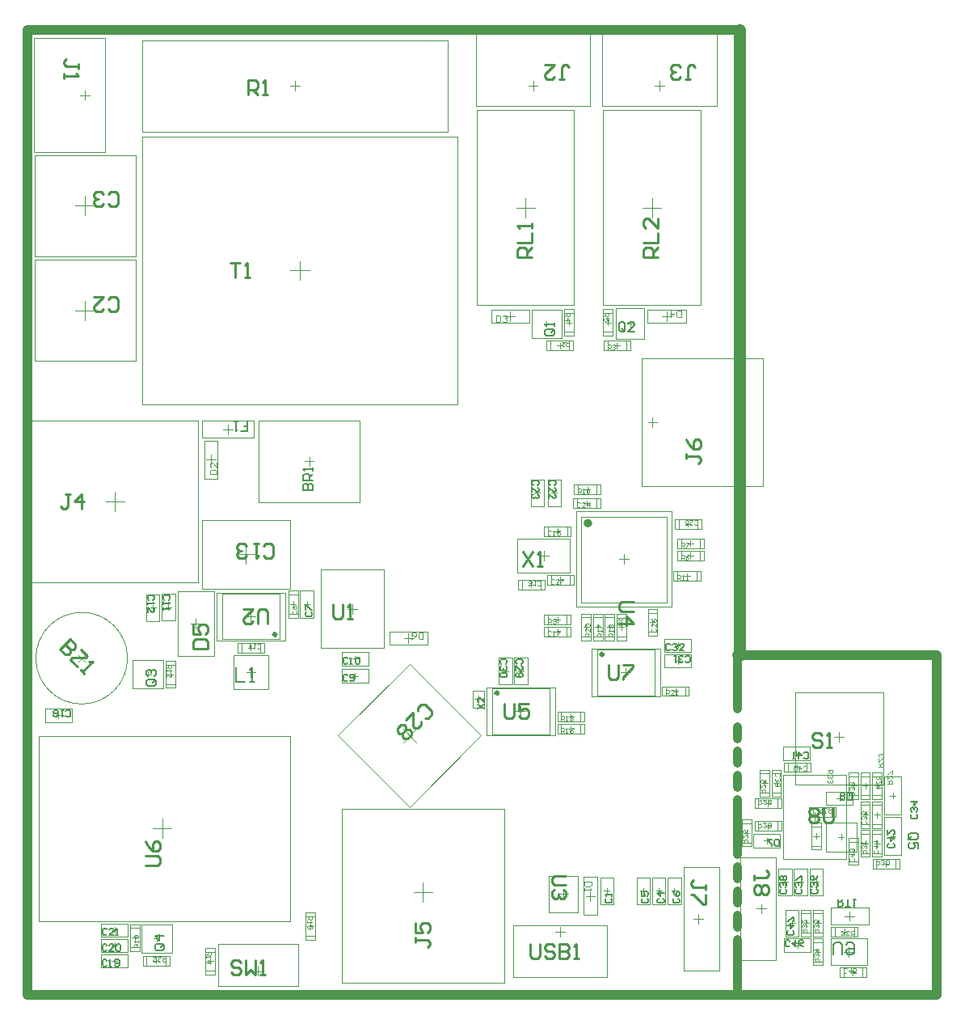
<source format=gm1>
G04*
G04 #@! TF.GenerationSoftware,Altium Limited,Altium Designer,22.7.1 (60)*
G04*
G04 Layer_Color=16711935*
%FSLAX25Y25*%
%MOIN*%
G70*
G04*
G04 #@! TF.SameCoordinates,8F3D338C-3F21-4459-BB37-C929D6ECBF1C*
G04*
G04*
G04 #@! TF.FilePolarity,Positive*
G04*
G01*
G75*
%ADD10C,0.00787*%
%ADD11C,0.01968*%
%ADD14C,0.00394*%
%ADD16C,0.01575*%
%ADD17C,0.00591*%
%ADD18C,0.01000*%
%ADD20C,0.00866*%
%ADD21C,0.04000*%
%ADD22C,0.03500*%
%ADD23C,0.05000*%
D10*
X113682Y205494D02*
X117618D01*
Y207462D01*
X116962Y208118D01*
X116306D01*
X115650Y207462D01*
Y205494D01*
Y207462D01*
X114994Y208118D01*
X114338D01*
X113682Y207462D01*
Y205494D01*
X117618Y209430D02*
X113682D01*
Y211398D01*
X114338Y212054D01*
X115650D01*
X116306Y211398D01*
Y209430D01*
Y210742D02*
X117618Y212054D01*
Y213366D02*
Y214677D01*
Y214021D01*
X113682D01*
X114338Y213366D01*
X87829Y229708D02*
X90453D01*
Y231676D01*
X89141D01*
X90453D01*
Y233644D01*
X86517D02*
X85205D01*
X85861D01*
Y229708D01*
X86517Y230364D01*
X85720Y132485D02*
Y126582D01*
X89655D01*
X91623D02*
X93591D01*
X92607D01*
Y132485D01*
X91623Y131501D01*
X52134Y127434D02*
X49510D01*
X48855Y126778D01*
Y125466D01*
X49510Y124810D01*
X52134D01*
X52790Y125466D01*
Y126778D01*
X51478Y126122D02*
X52790Y127434D01*
Y126778D02*
X52134Y127434D01*
X49510Y128746D02*
X48855Y129402D01*
Y130714D01*
X49510Y131370D01*
X50166D01*
X50822Y130714D01*
Y130058D01*
Y130714D01*
X51478Y131370D01*
X52134D01*
X52790Y130714D01*
Y129402D01*
X52134Y128746D01*
X246325Y271504D02*
Y274128D01*
X245669Y274784D01*
X244357D01*
X243701Y274128D01*
Y271504D01*
X244357Y270848D01*
X245669D01*
X245013Y272160D02*
X246325Y270848D01*
X245669D02*
X246325Y271504D01*
X250260Y270848D02*
X247637D01*
X250260Y273472D01*
Y274128D01*
X249605Y274784D01*
X248293D01*
X247637Y274128D01*
X216490Y271897D02*
X213866D01*
X213210Y271241D01*
Y269930D01*
X213866Y269274D01*
X216490D01*
X217146Y269930D01*
Y271241D01*
X215834Y270585D02*
X217146Y271897D01*
Y271241D02*
X216490Y271897D01*
X217146Y273209D02*
Y274521D01*
Y273865D01*
X213210D01*
X213866Y273209D01*
X55643Y18542D02*
X53019D01*
X52364Y17886D01*
Y16574D01*
X53019Y15918D01*
X55643D01*
X56299Y16574D01*
Y17886D01*
X54987Y17230D02*
X56299Y18542D01*
Y17886D02*
X55643Y18542D01*
X56299Y21822D02*
X52364D01*
X54331Y19854D01*
Y22478D01*
X363943Y61589D02*
X366567D01*
X367223Y62245D01*
Y63557D01*
X366567Y64213D01*
X363943D01*
X363287Y63557D01*
Y62245D01*
X364599Y62901D02*
X363287Y61589D01*
Y62245D02*
X363943Y61589D01*
X367223Y57653D02*
Y60277D01*
X365255D01*
X365911Y58965D01*
Y58309D01*
X365255Y57653D01*
X363943D01*
X363287Y58309D01*
Y59621D01*
X363943Y60277D01*
X332283Y13969D02*
Y18233D01*
X333136Y19085D01*
X334842D01*
X335694Y18233D01*
Y13969D01*
X337400Y18233D02*
X338253Y19085D01*
X339958D01*
X340811Y18233D01*
Y14821D01*
X339958Y13969D01*
X338253D01*
X337400Y14821D01*
Y15674D01*
X338253Y16527D01*
X340811D01*
D11*
X231791Y191831D02*
G03*
X231791Y191831I-787J0D01*
G01*
D02*
G03*
X231791Y191831I-787J0D01*
G01*
D14*
X263198Y124606D02*
X271072D01*
X263198Y120669D02*
X271072D01*
Y124606D01*
X263198Y120669D02*
Y124606D01*
X219963Y113969D02*
X227837D01*
X219963Y110032D02*
X227837D01*
Y113969D01*
X219963Y110032D02*
Y113969D01*
Y108968D02*
X227837D01*
X219963Y105031D02*
X227837D01*
Y108968D01*
X219963Y105031D02*
Y108968D01*
X215739Y170468D02*
X223613D01*
X215739Y166531D02*
X223613D01*
Y170468D01*
X215739Y166531D02*
Y170468D01*
X269390Y181535D02*
Y185473D01*
X277264Y181535D02*
Y185473D01*
X269390Y181535D02*
X277264D01*
X269390Y185473D02*
X277264D01*
X269390Y176535D02*
Y180472D01*
X277264Y176535D02*
Y180472D01*
X269390Y176535D02*
X277264D01*
X269390Y180472D02*
X277264D01*
X80208Y143978D02*
Y162876D01*
X103830Y143978D02*
Y162876D01*
X80208D02*
X103830D01*
X80208Y143978D02*
X103830D01*
X107457Y154501D02*
X111394D01*
X107457Y162375D02*
X111394D01*
Y154501D02*
Y162375D01*
X107457Y154501D02*
Y162375D01*
X95956Y138500D02*
Y142437D01*
X88082Y138500D02*
Y142437D01*
X95956D01*
X88082Y138500D02*
X95956D01*
X56845Y133472D02*
X60782D01*
X56845Y125598D02*
X60782D01*
X56845D02*
Y133472D01*
X60782Y125598D02*
Y133472D01*
X215131Y104921D02*
Y123819D01*
X191509Y104921D02*
Y123819D01*
Y104921D02*
X215131D01*
X191509Y123819D02*
X215131D01*
X226763Y207668D02*
X234637D01*
X226763Y203731D02*
X234637D01*
Y207668D01*
X226763Y203731D02*
Y207668D01*
X226574Y198031D02*
Y201969D01*
X234448Y198031D02*
Y201969D01*
X226574Y198031D02*
X234448D01*
X226574Y201969D02*
X234448D01*
X263686Y159162D02*
Y194604D01*
X228241Y159162D02*
Y194604D01*
Y159162D02*
X263686D01*
X228241Y194604D02*
X263686D01*
X214563Y186538D02*
Y190474D01*
X222437Y186538D02*
Y190474D01*
X214563Y186538D02*
X222437D01*
X214563Y190474D02*
X222437D01*
X203713Y164526D02*
X211587D01*
X203713Y168463D02*
X211587D01*
X203713Y164526D02*
Y168463D01*
X211587Y164526D02*
Y168463D01*
X214476Y153987D02*
X222350D01*
X214476Y150050D02*
X222350D01*
Y153987D01*
X214476Y150050D02*
Y153987D01*
Y145219D02*
Y149155D01*
X222350Y145219D02*
Y149155D01*
X214476Y145219D02*
X222350D01*
X214476Y149155D02*
X222350D01*
X237983Y145079D02*
Y152953D01*
X241920Y145079D02*
Y152953D01*
X237983D02*
X241920D01*
X237983Y145079D02*
X241920D01*
X233152D02*
Y152953D01*
X237089Y145079D02*
Y152953D01*
X233152D02*
X237089D01*
X233152Y145079D02*
X237089D01*
X228320D02*
Y152953D01*
X232257Y145079D02*
Y152953D01*
X228320D02*
X232257D01*
X228320Y145079D02*
X232257D01*
X246752Y145063D02*
Y152937D01*
X242815Y145063D02*
Y152937D01*
Y145063D02*
X246752D01*
X242815Y152937D02*
X246752D01*
X258366Y120857D02*
Y139755D01*
X234744Y120857D02*
Y139755D01*
Y120857D02*
X258366D01*
X234744Y139755D02*
X258366D01*
X255709Y147038D02*
X259646D01*
X255709Y154912D02*
X259646D01*
Y147038D02*
Y154912D01*
X255709Y147038D02*
Y154912D01*
X267922Y172047D02*
X275796D01*
X267922Y168110D02*
X275796D01*
Y172047D01*
X267922Y168110D02*
Y172047D01*
X276287Y189532D02*
Y193469D01*
X268413Y189532D02*
Y193469D01*
X276287D01*
X268413Y189532D02*
X276287D01*
X239063Y263064D02*
Y267001D01*
X246937Y263064D02*
Y267001D01*
X239063Y263064D02*
X246937D01*
X239063Y267001D02*
X246937D01*
X237294Y278526D02*
X241231D01*
X237294Y270652D02*
X241231D01*
X237294D02*
Y278526D01*
X241231Y270652D02*
Y278526D01*
X221190D02*
X225127D01*
X221190Y270652D02*
X225127D01*
X221190D02*
Y278526D01*
X225127Y270652D02*
Y278526D01*
X223326Y263064D02*
Y267001D01*
X215452Y263064D02*
Y267001D01*
X223326D01*
X215452Y263064D02*
X223326D01*
X42135Y17126D02*
Y25000D01*
X46072Y17126D02*
Y25000D01*
X42135D02*
X46072D01*
X42135Y17126D02*
X46072D01*
X49016Y9512D02*
X56890D01*
X49016Y13449D02*
X56890D01*
X49016Y9512D02*
Y13449D01*
X56890Y9512D02*
Y13449D01*
X77165Y7382D02*
Y15256D01*
X73228Y7382D02*
Y15256D01*
Y7382D02*
X77165D01*
X73228Y15256D02*
X77165D01*
X118602Y21850D02*
Y29724D01*
X114665Y21850D02*
Y29724D01*
Y21850D02*
X118602D01*
X114665Y29724D02*
X118602D01*
X323232Y66737D02*
X327168D01*
X323232Y58863D02*
X327168D01*
X323232D02*
Y66737D01*
X327168Y58863D02*
Y66737D01*
X323713Y70912D02*
X331587D01*
X323713Y74849D02*
X331587D01*
X323713Y70912D02*
Y74849D01*
X331587Y70912D02*
Y74849D01*
X263198Y124606D02*
X271072D01*
X263198Y120669D02*
X271072D01*
Y124606D01*
X263198Y120669D02*
Y124606D01*
X219963Y113969D02*
X227837D01*
X219963Y110032D02*
X227837D01*
Y113969D01*
X219963Y110032D02*
Y113969D01*
Y108968D02*
X227837D01*
X219963Y105031D02*
X227837D01*
Y108968D01*
X219963Y105031D02*
Y108968D01*
X215739Y170468D02*
X223613D01*
X215739Y166531D02*
X223613D01*
Y170468D01*
X215739Y166531D02*
Y170468D01*
X269390Y181535D02*
Y185473D01*
X277264Y181535D02*
Y185473D01*
X269390Y181535D02*
X277264D01*
X269390Y185473D02*
X277264D01*
X269390Y176535D02*
Y180472D01*
X277264Y176535D02*
Y180472D01*
X269390Y176535D02*
X277264D01*
X269390Y180472D02*
X277264D01*
X80208Y143978D02*
Y162876D01*
X103830Y143978D02*
Y162876D01*
X80208D02*
X103830D01*
X80208Y143978D02*
X103830D01*
X107457Y154501D02*
X111394D01*
X107457Y162375D02*
X111394D01*
Y154501D02*
Y162375D01*
X107457Y154501D02*
Y162375D01*
X95956Y138500D02*
Y142437D01*
X88082Y138500D02*
Y142437D01*
X95956D01*
X88082Y138500D02*
X95956D01*
X56845Y133472D02*
X60782D01*
X56845Y125598D02*
X60782D01*
X56845D02*
Y133472D01*
X60782Y125598D02*
Y133472D01*
X215131Y104921D02*
Y123819D01*
X191509Y104921D02*
Y123819D01*
Y104921D02*
X215131D01*
X191509Y123819D02*
X215131D01*
X226763Y207668D02*
X234637D01*
X226763Y203731D02*
X234637D01*
Y207668D01*
X226763Y203731D02*
Y207668D01*
X226574Y198031D02*
Y201969D01*
X234448Y198031D02*
Y201969D01*
X226574Y198031D02*
X234448D01*
X226574Y201969D02*
X234448D01*
X263686Y159162D02*
Y194604D01*
X228241Y159162D02*
Y194604D01*
Y159162D02*
X263686D01*
X228241Y194604D02*
X263686D01*
X214563Y186538D02*
Y190474D01*
X222437Y186538D02*
Y190474D01*
X214563Y186538D02*
X222437D01*
X214563Y190474D02*
X222437D01*
X203713Y164526D02*
X211587D01*
X203713Y168463D02*
X211587D01*
X203713Y164526D02*
Y168463D01*
X211587Y164526D02*
Y168463D01*
X214476Y153987D02*
X222350D01*
X214476Y150050D02*
X222350D01*
Y153987D01*
X214476Y150050D02*
Y153987D01*
Y145219D02*
Y149155D01*
X222350Y145219D02*
Y149155D01*
X214476Y145219D02*
X222350D01*
X214476Y149155D02*
X222350D01*
X237983Y145079D02*
Y152953D01*
X241920Y145079D02*
Y152953D01*
X237983D02*
X241920D01*
X237983Y145079D02*
X241920D01*
X233152D02*
Y152953D01*
X237089Y145079D02*
Y152953D01*
X233152D02*
X237089D01*
X233152Y145079D02*
X237089D01*
X228320D02*
Y152953D01*
X232257Y145079D02*
Y152953D01*
X228320D02*
X232257D01*
X228320Y145079D02*
X232257D01*
X246752Y145063D02*
Y152937D01*
X242815Y145063D02*
Y152937D01*
Y145063D02*
X246752D01*
X242815Y152937D02*
X246752D01*
X258366Y120857D02*
Y139755D01*
X234744Y120857D02*
Y139755D01*
Y120857D02*
X258366D01*
X234744Y139755D02*
X258366D01*
X255709Y147038D02*
X259646D01*
X255709Y154912D02*
X259646D01*
Y147038D02*
Y154912D01*
X255709Y147038D02*
Y154912D01*
X267922Y172047D02*
X275796D01*
X267922Y168110D02*
X275796D01*
Y172047D01*
X267922Y168110D02*
Y172047D01*
X276287Y189532D02*
Y193469D01*
X268413Y189532D02*
Y193469D01*
X276287D01*
X268413Y189532D02*
X276287D01*
X239063Y263064D02*
Y267001D01*
X246937Y263064D02*
Y267001D01*
X239063Y263064D02*
X246937D01*
X239063Y267001D02*
X246937D01*
X237294Y278526D02*
X241231D01*
X237294Y270652D02*
X241231D01*
X237294D02*
Y278526D01*
X241231Y270652D02*
Y278526D01*
X221190D02*
X225127D01*
X221190Y270652D02*
X225127D01*
X221190D02*
Y278526D01*
X225127Y270652D02*
Y278526D01*
X223326Y263064D02*
Y267001D01*
X215452Y263064D02*
Y267001D01*
X223326D01*
X215452Y263064D02*
X223326D01*
X42135Y17126D02*
Y25000D01*
X46072Y17126D02*
Y25000D01*
X42135D02*
X46072D01*
X42135Y17126D02*
X46072D01*
X49016Y9512D02*
X56890D01*
X49016Y13449D02*
X56890D01*
X49016Y9512D02*
Y13449D01*
X56890Y9512D02*
Y13449D01*
X77165Y7382D02*
Y15256D01*
X73228Y7382D02*
Y15256D01*
Y7382D02*
X77165D01*
X73228Y15256D02*
X77165D01*
X118602Y21850D02*
Y29724D01*
X114665Y21850D02*
Y29724D01*
Y21850D02*
X118602D01*
X114665Y29724D02*
X118602D01*
X323232Y66737D02*
X327168D01*
X323232Y58863D02*
X327168D01*
X323232D02*
Y66737D01*
X327168Y58863D02*
Y66737D01*
X323713Y70912D02*
X331587D01*
X323713Y74849D02*
X331587D01*
X323713Y70912D02*
Y74849D01*
X331587Y70912D02*
Y74849D01*
X298416Y60263D02*
Y68137D01*
X294479Y60263D02*
Y68137D01*
X298416D01*
X294479Y60263D02*
X298416D01*
X301271Y65032D02*
Y68969D01*
X309145Y65032D02*
Y68969D01*
X301271D02*
X309145D01*
X301271Y65032D02*
X309145D01*
X301271Y74401D02*
Y78338D01*
X309145Y74401D02*
Y78338D01*
X301271D02*
X309145D01*
X301271Y74401D02*
X309145D01*
X301894Y80808D02*
X305831D01*
X301894Y88682D02*
X305831D01*
X301894Y80808D02*
Y88682D01*
X305831Y80808D02*
Y88682D01*
X306726Y80808D02*
Y88682D01*
X310663Y80808D02*
Y88682D01*
X306726Y80808D02*
X310663D01*
X306726Y88682D02*
X310663D01*
X313386Y93274D02*
X321260D01*
X313386Y89337D02*
X321260D01*
X313386D02*
Y93274D01*
X321260Y89337D02*
Y93274D01*
X352264Y55879D02*
Y63753D01*
X348327Y55879D02*
Y63753D01*
X352264D01*
X348327Y55879D02*
X352264D01*
X347343Y67797D02*
Y75671D01*
X343406Y67797D02*
Y75671D01*
X347343D01*
X343406Y67797D02*
X347343D01*
X348237D02*
X352174D01*
X348237Y75671D02*
X352174D01*
X348237Y67797D02*
Y75671D01*
X352174Y67797D02*
Y75671D01*
X342487Y79716D02*
Y87590D01*
X338550Y79716D02*
Y87590D01*
X342487D01*
X338550Y79716D02*
X342487D01*
X343406D02*
X347343D01*
X343406Y87590D02*
X347343D01*
X343406Y79716D02*
Y87590D01*
X347343Y79716D02*
Y87590D01*
X348237Y87598D02*
X352174D01*
X348237Y79724D02*
X352174D01*
Y87598D01*
X348237Y79724D02*
Y87598D01*
X342511Y52560D02*
Y60434D01*
X338574Y52560D02*
Y60434D01*
X342511D01*
X338574Y52560D02*
X342511D01*
X343406Y55879D02*
X347343D01*
X343406Y63753D02*
X347343D01*
X343406Y55879D02*
Y63753D01*
X347343Y55879D02*
Y63753D01*
X350000Y49472D02*
Y53409D01*
X357874Y49472D02*
Y53409D01*
X350000D02*
X357874D01*
X350000Y49472D02*
X357874D01*
X318907Y23130D02*
X322844D01*
X318907Y31004D02*
X322844D01*
X318907Y23130D02*
Y31004D01*
X322844Y23130D02*
Y31004D01*
X323926Y23130D02*
X327863D01*
X323926Y31004D02*
X327863D01*
X323926Y23130D02*
Y31004D01*
X327863Y23130D02*
Y31004D01*
X323828Y11211D02*
X327765D01*
X323828Y19085D02*
X327765D01*
X323828Y11211D02*
Y19085D01*
X327765Y11211D02*
Y19085D01*
X340748Y21555D02*
Y25492D01*
X332874Y21555D02*
Y25492D01*
Y21555D02*
X340748D01*
X332874Y25492D02*
X340748D01*
X336417Y4748D02*
X344291D01*
X336417Y8685D02*
X344291D01*
Y4748D02*
Y8685D01*
X336417Y4748D02*
Y8685D01*
X41106Y136203D02*
G03*
X41106Y136203I-18898J0D01*
G01*
X316535Y84153D02*
Y121949D01*
Y84153D02*
X352756D01*
Y121949D01*
X316535D02*
X352756D01*
X332677Y103839D02*
X336614D01*
X334646Y101870D02*
Y105807D01*
X108150Y27836D02*
Y104215D01*
X4606D02*
X108150D01*
X4606Y27836D02*
X108150D01*
X4606D02*
Y104215D01*
X51457Y66026D02*
X59331D01*
X55394Y62089D02*
Y69963D01*
X236811Y363780D02*
X284055D01*
X236811D02*
Y393307D01*
X284055D01*
Y363780D02*
Y393307D01*
X258465Y372047D02*
X262402D01*
X260433Y370079D02*
Y374016D01*
X184744Y363780D02*
X231988D01*
X184744D02*
Y393307D01*
X231988D01*
Y363780D02*
Y393307D01*
X206398Y372047D02*
X210335D01*
X208366Y370079D02*
Y374016D01*
X261623Y124606D02*
X272647D01*
Y120669D02*
Y124606D01*
X261623Y120669D02*
X272647D01*
X261623D02*
Y124606D01*
X267135Y121457D02*
Y123819D01*
X265954Y122638D02*
X268316D01*
X268135Y140319D02*
Y142681D01*
X266954Y141500D02*
X269316D01*
X262623Y144256D02*
X273647D01*
Y138744D02*
Y144256D01*
X262623Y138744D02*
X273647D01*
X262623D02*
Y144256D01*
X268135Y133912D02*
Y136275D01*
X266954Y135093D02*
X269316D01*
X262623Y132338D02*
X273647D01*
X262623D02*
Y137849D01*
X273647D01*
Y132338D02*
Y137849D01*
X218388Y113969D02*
X229412D01*
Y110032D02*
Y113969D01*
X218388Y110032D02*
X229412D01*
X218388D02*
Y113969D01*
X223900Y110819D02*
Y113181D01*
X222719Y112000D02*
X225081D01*
X218388Y108968D02*
X229412D01*
Y105031D02*
Y108968D01*
X218388Y105031D02*
X229412D01*
X218388D02*
Y108968D01*
X223900Y105819D02*
Y108181D01*
X222719Y107000D02*
X225081D01*
X270571Y50000D02*
X285138D01*
X270571Y7480D02*
Y50000D01*
Y7480D02*
X285138D01*
Y50000D01*
X276476Y26772D02*
Y30709D01*
X274508Y28740D02*
X278445D01*
X159055Y39764D02*
X166929D01*
X162992Y35827D02*
Y43701D01*
X129528Y2362D02*
Y16142D01*
Y2362D02*
X196457D01*
Y74016D01*
X129528D02*
X196457D01*
X129528Y16142D02*
Y74016D01*
X212900Y176532D02*
X212900Y180468D01*
X210931Y178500D02*
X214868Y178500D01*
X201876Y171414D02*
Y185587D01*
Y171414D02*
X223530D01*
Y185587D01*
X201876D02*
X223530D01*
X218495Y168500D02*
X220857D01*
X219676Y167319D02*
Y169681D01*
X214164Y166531D02*
Y170468D01*
Y166531D02*
X225188D01*
Y170468D01*
X214164D02*
X225188D01*
X129488Y133244D02*
Y138756D01*
Y133244D02*
X140512D01*
Y138756D01*
X129488D02*
X140512D01*
X133819Y136000D02*
X136181D01*
X135000Y134819D02*
Y137181D01*
X129488Y126157D02*
Y131669D01*
Y126157D02*
X140512D01*
Y131669D01*
X129488D02*
X140512D01*
X133819Y128913D02*
X136181D01*
X135000Y127732D02*
Y130095D01*
X20817Y134811D02*
X23600Y137595D01*
X20817Y137595D02*
X23600Y134811D01*
X272146Y183504D02*
X274508D01*
X273327Y182323D02*
Y184685D01*
X267815Y181535D02*
Y185473D01*
Y181535D02*
X278839D01*
Y185473D01*
X267815D02*
X278839D01*
X272146Y178504D02*
X274508D01*
X273327Y177323D02*
Y179685D01*
X267815Y176535D02*
Y180472D01*
Y176535D02*
X278839D01*
Y180472D01*
X267815D02*
X278839D01*
X95177Y200376D02*
Y234234D01*
X136909D01*
Y200376D02*
Y234234D01*
X95177Y200376D02*
X136909D01*
X116043Y215336D02*
Y219273D01*
X114075Y217305D02*
X118012D01*
X82579Y228526D02*
Y232463D01*
X80610Y230494D02*
X84547D01*
X87697Y226951D02*
X93209D01*
Y234037D01*
X71949D02*
X93209D01*
X71949Y226951D02*
Y234037D01*
Y226951D02*
X87697D01*
X72835Y216437D02*
Y225886D01*
X78346D01*
Y210138D02*
Y225886D01*
X72835Y210138D02*
X78346D01*
X72835D02*
Y216437D01*
X75591Y216043D02*
Y219980D01*
X73622Y218012D02*
X77559D01*
X61793Y137106D02*
Y163878D01*
Y137106D02*
X76754D01*
Y163878D01*
X61793D02*
X76754D01*
X69274Y148524D02*
Y152461D01*
X67305Y150492D02*
X71242D01*
X56765Y157194D02*
X59127D01*
X57946Y156013D02*
Y158375D01*
X60702Y151682D02*
Y162706D01*
X55190Y151682D02*
X60702D01*
X55190D02*
Y162706D01*
X60702D01*
X50358Y157087D02*
X52720D01*
X51539Y155905D02*
Y158268D01*
X54295Y151575D02*
Y162598D01*
X48783Y151575D02*
X54295D01*
X48783D02*
Y162598D01*
X54295D01*
X84932Y137605D02*
X99105D01*
Y123432D02*
Y137605D01*
X84932Y123432D02*
X99105D01*
X84932D02*
Y137605D01*
X92019Y128550D02*
Y132487D01*
X90050Y130519D02*
X93987D01*
X86015Y179018D02*
X93889D01*
X89952Y175081D02*
Y182955D01*
X108062Y164845D02*
Y193191D01*
X71842D02*
X108062D01*
X71842Y164845D02*
Y193191D01*
Y164845D02*
X108062D01*
X90050Y153427D02*
X93987D01*
X92019Y151459D02*
Y155396D01*
X77845Y143585D02*
X106192D01*
Y152640D01*
Y163270D01*
X77845D02*
X106192D01*
X77845Y143585D02*
Y163270D01*
X149126Y141744D02*
X158575D01*
X149126D02*
Y147256D01*
X164874D01*
Y141744D02*
Y147256D01*
X158575Y141744D02*
X164874D01*
X155031Y144500D02*
X158968D01*
X157000Y142532D02*
Y146468D01*
X120973Y140426D02*
Y172710D01*
Y140426D02*
X146958D01*
Y172710D01*
X120973D02*
X146958D01*
X131997Y156568D02*
X135934D01*
X133966Y154599D02*
Y158536D01*
X113919Y158438D02*
X116281D01*
X115100Y157257D02*
Y159619D01*
X112345Y152926D02*
Y163950D01*
X117856D01*
Y152926D02*
Y163950D01*
X112345Y152926D02*
X117856D01*
X107457D02*
Y163950D01*
X111394D01*
Y152926D02*
Y163950D01*
X107457Y152926D02*
X111394D01*
X108244Y158438D02*
X110606D01*
X109425Y157257D02*
Y159619D01*
X86507Y138500D02*
X97531D01*
X86507D02*
Y142437D01*
X97531D01*
Y138500D02*
Y142437D01*
X92019Y139287D02*
Y141649D01*
X90838Y140469D02*
X93200D01*
X58814Y128354D02*
Y130716D01*
X57633Y129535D02*
X59995D01*
X56845Y135046D02*
X60782D01*
X56845Y124023D02*
Y135046D01*
Y124023D02*
X60782D01*
Y135046D01*
X43341Y123629D02*
Y135440D01*
X55940D01*
Y123629D02*
Y135440D01*
X43341Y123629D02*
X55940D01*
X49641Y128354D02*
Y130716D01*
X48460Y129535D02*
X50822D01*
X18110Y109914D02*
Y115426D01*
X7087D02*
X18110D01*
X7087Y109914D02*
Y115426D01*
Y109914D02*
X18110D01*
X11417Y112670D02*
X13780D01*
X12598Y111489D02*
Y113851D01*
X154696Y107115D02*
X160264Y101547D01*
X154696D02*
X160264Y107115D01*
X157480Y74822D02*
X186989Y104331D01*
X127971D02*
X157480Y74822D01*
X127971Y104331D02*
X157480Y133840D01*
X186989Y104331D01*
X183537Y115748D02*
X188261D01*
Y122835D01*
X183537D02*
X188261D01*
X183537Y115748D02*
Y122835D01*
X185899Y117717D02*
Y120866D01*
X184324Y119291D02*
X187474D01*
X201352Y114370D02*
X205289D01*
X203320Y112401D02*
Y116339D01*
X189147Y124213D02*
X217493D01*
X189147Y115157D02*
Y124213D01*
Y104527D02*
Y115157D01*
Y104527D02*
X217493D01*
Y124213D01*
X202264Y130816D02*
X204626D01*
X203445Y129635D02*
Y131997D01*
X206201Y125304D02*
Y136328D01*
X200689Y125304D02*
X206201D01*
X200689D02*
Y136328D01*
X206201D01*
X195857Y130816D02*
X198219D01*
X197038Y129635D02*
Y131997D01*
X199794Y125304D02*
Y136328D01*
X194282Y125304D02*
X199794D01*
X194282D02*
Y136328D01*
X199794D01*
X225188Y207668D02*
X236212D01*
Y203731D02*
Y207668D01*
X225188Y203731D02*
X236212D01*
X225188D02*
Y207668D01*
X230700Y204519D02*
Y206881D01*
X229519Y205700D02*
X231881D01*
X225000Y201969D02*
X236023D01*
Y198031D02*
Y201969D01*
X225000Y198031D02*
X236023D01*
X225000D02*
Y201969D01*
X230511Y198819D02*
Y201181D01*
X229330Y200000D02*
X231693D01*
X226083Y196752D02*
X265453D01*
X226083Y157382D02*
Y196752D01*
Y157382D02*
X265453D01*
Y196752D01*
X243799Y177067D02*
X247736D01*
X245768Y175098D02*
Y179035D01*
X215944Y204429D02*
X218306D01*
X217125Y203248D02*
Y205610D01*
X219881Y198917D02*
Y209941D01*
X214369Y198917D02*
X219881D01*
X214369D02*
Y209941D01*
X219881D01*
X208957Y204429D02*
X211319D01*
X210138Y203248D02*
Y205610D01*
X212894Y198917D02*
Y209941D01*
X207382Y198917D02*
X212894D01*
X207382D02*
Y209941D01*
X212894D01*
X212988Y190474D02*
X224012D01*
Y186538D02*
Y190474D01*
X212988Y186538D02*
X224012D01*
X212988D02*
Y190474D01*
X218500Y187325D02*
Y189687D01*
X217319Y188506D02*
X219681D01*
X206469Y166494D02*
X208831D01*
X207650Y165313D02*
Y167675D01*
X213162Y164526D02*
Y168463D01*
X202138D02*
X213162D01*
X202138Y164526D02*
Y168463D01*
Y164526D02*
X213162D01*
X212901Y153987D02*
X223925D01*
Y150050D02*
Y153987D01*
X212901Y150050D02*
X223925D01*
X212901D02*
Y153987D01*
X218413Y150838D02*
Y153200D01*
X217232Y152019D02*
X219595D01*
X212901Y149155D02*
X223925D01*
Y145219D02*
Y149155D01*
X212901Y145219D02*
X223925D01*
X212901D02*
Y149155D01*
X218413Y146006D02*
Y148368D01*
X217232Y147187D02*
X219595D01*
X237983Y143504D02*
Y154528D01*
X241920D01*
Y143504D02*
Y154528D01*
X237983Y143504D02*
X241920D01*
X238771Y149016D02*
X241133D01*
X239952Y147835D02*
Y150197D01*
X233152Y143504D02*
Y154528D01*
X237089D01*
Y143504D02*
Y154528D01*
X233152Y143504D02*
X237089D01*
X233939Y149016D02*
X236301D01*
X235120Y147835D02*
Y150197D01*
X228320Y143504D02*
Y154528D01*
X232257D01*
Y143504D02*
Y154528D01*
X228320Y143504D02*
X232257D01*
X229107Y149016D02*
X231469D01*
X230288Y147835D02*
Y150197D01*
X246752Y143488D02*
Y154512D01*
X242815Y143488D02*
X246752D01*
X242815D02*
Y154512D01*
X246752D01*
X243602Y149000D02*
X245965D01*
X244783Y147819D02*
Y150181D01*
X244587Y130306D02*
X248524D01*
X246555Y128338D02*
Y132275D01*
X232382Y140149D02*
X260728D01*
X232382Y131094D02*
Y140149D01*
Y120464D02*
Y131094D01*
Y120464D02*
X260728D01*
Y140149D01*
X255709Y145464D02*
Y156487D01*
X259646D01*
Y145464D02*
Y156487D01*
X255709Y145464D02*
X259646D01*
X256496Y150975D02*
X258858D01*
X257677Y149794D02*
Y152156D01*
X266347Y172047D02*
X277371D01*
Y168110D02*
Y172047D01*
X266347Y168110D02*
X277371D01*
X266347D02*
Y172047D01*
X271859Y168898D02*
Y171260D01*
X270678Y170079D02*
X273040D01*
X266838Y189532D02*
X277862D01*
X266838D02*
Y193469D01*
X277862D01*
Y189532D02*
Y193469D01*
X272350Y190319D02*
Y192681D01*
X271169Y191500D02*
X273531D01*
X242520Y280297D02*
X254331D01*
Y267699D02*
Y280297D01*
X242520Y267699D02*
X254331D01*
X242520D02*
Y280297D01*
X247244Y273998D02*
X249606D01*
X248425Y272817D02*
Y275179D01*
X253346Y211023D02*
Y259842D01*
X303346D01*
Y207086D02*
Y259842D01*
X253346Y207086D02*
X303346D01*
X253346D02*
Y211023D01*
X257677Y231496D02*
Y235433D01*
X255709Y233465D02*
X259646D01*
X241819Y265033D02*
X244181D01*
X243000Y263851D02*
Y266213D01*
X237488Y263064D02*
Y267001D01*
Y263064D02*
X248512D01*
Y267001D01*
X237488D02*
X248512D01*
X239263Y273407D02*
Y275769D01*
X238082Y274588D02*
X240444D01*
X237294Y280100D02*
X241231D01*
X237294Y269077D02*
Y280100D01*
Y269077D02*
X241231D01*
Y280100D01*
X263493Y275179D02*
Y279116D01*
X261525Y277148D02*
X265462D01*
X265068Y274392D02*
X271367D01*
Y279904D01*
X255619D02*
X271367D01*
X255619Y274392D02*
Y279904D01*
Y274392D02*
X265068D01*
X237264Y281723D02*
Y362038D01*
X277421D01*
Y281723D02*
Y362038D01*
X237264Y281723D02*
X277421D01*
X257382Y317905D02*
Y325779D01*
X253445Y321842D02*
X261319D01*
X185197Y281723D02*
Y362038D01*
X225354D01*
Y281723D02*
Y362038D01*
X185197Y281723D02*
X225354D01*
X205315Y317905D02*
Y325779D01*
X201378Y321842D02*
X209252D01*
X223158Y273408D02*
Y275770D01*
X221977Y274588D02*
X224340D01*
X221190Y280100D02*
X225127D01*
X221190Y269077D02*
Y280100D01*
Y269077D02*
X225127D01*
Y280100D01*
X218208Y265032D02*
X220570D01*
X219389Y263851D02*
Y266213D01*
X224901Y263064D02*
Y267001D01*
X213878D02*
X224901D01*
X213878Y263064D02*
Y267001D01*
Y263064D02*
X224901D01*
X207697Y268092D02*
Y279904D01*
X220295D01*
Y268092D02*
Y279904D01*
X207697Y268092D02*
X220295D01*
X213996Y272817D02*
Y275179D01*
X212815Y273998D02*
X215177D01*
X198928Y275179D02*
Y279116D01*
X196960Y277148D02*
X200897D01*
X191054Y279904D02*
X197353D01*
X191054Y274392D02*
Y279904D01*
Y274392D02*
X206802D01*
Y279904D01*
X197353D02*
X206802D01*
X112205Y292019D02*
Y299893D01*
X108268Y295956D02*
X116142D01*
X47244Y351074D02*
X177165D01*
Y240838D02*
Y351074D01*
X47244Y240838D02*
X177165D01*
X47244D02*
Y351074D01*
X110236Y370079D02*
Y374016D01*
X108268Y372047D02*
X112205D01*
X47244Y390945D02*
X67717D01*
X47244Y353150D02*
Y390945D01*
Y353150D02*
X173228D01*
Y390945D01*
X67717D02*
X173228D01*
X31890Y344646D02*
Y391890D01*
X2362Y344646D02*
X31890D01*
X2362D02*
Y391890D01*
X31890D01*
X23622Y366299D02*
Y370236D01*
X21654Y368268D02*
X25591D01*
X23622Y318751D02*
Y326625D01*
X19685Y322688D02*
X27559D01*
X2756Y301822D02*
X44488D01*
X2756D02*
Y343554D01*
X44488D01*
Y301822D02*
Y343554D01*
X23622Y275590D02*
Y283465D01*
X19685Y279528D02*
X27559D01*
X2756Y258661D02*
X44488D01*
X2756D02*
Y300394D01*
X44488D01*
Y258661D02*
Y300394D01*
X12357Y234234D02*
X70231D01*
Y167305D02*
Y234234D01*
X-1422Y167305D02*
X70231D01*
X-1422D02*
Y234234D01*
X12357D01*
X32042Y200770D02*
X39916D01*
X35979Y196833D02*
Y204707D01*
X35728Y23005D02*
Y25367D01*
X34547Y24186D02*
X36909D01*
X30217Y26942D02*
X41240D01*
Y21430D02*
Y26942D01*
X30217Y21430D02*
X41240D01*
X30217D02*
Y26942D01*
X35728Y16598D02*
Y18961D01*
X34547Y17779D02*
X36909D01*
X30217Y20535D02*
X41240D01*
Y15024D02*
Y20535D01*
X30217Y15024D02*
X41240D01*
X30217D02*
Y20535D01*
Y8617D02*
Y14129D01*
Y8617D02*
X41240D01*
Y14129D01*
X30217D02*
X41240D01*
X34547Y11373D02*
X36909D01*
X35728Y10192D02*
Y12554D01*
X42135Y15551D02*
Y26575D01*
X46072D01*
Y15551D02*
Y26575D01*
X42135Y15551D02*
X46072D01*
X42922Y21063D02*
X45284D01*
X44103Y19882D02*
Y22244D01*
X51969Y20643D02*
X54331D01*
X53150Y19462D02*
Y21824D01*
X46850Y14737D02*
X59449D01*
Y26548D01*
X46850D02*
X59449D01*
X46850Y14737D02*
Y26548D01*
X47441Y9512D02*
X58465D01*
X47441D02*
Y13449D01*
X58465D01*
Y9512D02*
Y13449D01*
X52953Y10299D02*
Y12661D01*
X51772Y11480D02*
X54134D01*
X77165Y5807D02*
Y16831D01*
X73228Y5807D02*
X77165D01*
X73228D02*
Y16831D01*
X77165D01*
X74016Y11319D02*
X76378D01*
X75197Y10138D02*
Y12500D01*
X94775Y5413D02*
Y8957D01*
X93003Y7185D02*
X96546D01*
X78436Y1280D02*
Y18406D01*
Y1280D02*
X111507D01*
Y18406D01*
X78436D02*
X111507D01*
X118602Y20275D02*
Y31299D01*
X114665Y20275D02*
X118602D01*
X114665D02*
Y31299D01*
X118602D01*
X115453Y25787D02*
X117815D01*
X116634Y24606D02*
Y26968D01*
X218799Y26083D02*
X238878D01*
Y4823D02*
Y26083D01*
X200295Y4823D02*
X238878D01*
X200295D02*
Y26083D01*
X218799D01*
X217618Y23327D02*
X221555D01*
X219587Y21358D02*
Y25295D01*
X218898Y38976D02*
X222835D01*
X220866Y37008D02*
Y40945D01*
X214961Y46457D02*
X226772D01*
X214961Y31496D02*
Y46457D01*
Y31496D02*
X226772D01*
Y46457D01*
X234753Y30315D02*
Y39764D01*
X229241Y30315D02*
X234753D01*
X229241D02*
Y46063D01*
X234753D01*
Y39764D02*
Y46063D01*
X231997Y36220D02*
Y40157D01*
X230029Y38189D02*
X233966D01*
X237598Y40354D02*
X239961D01*
X238780Y39173D02*
Y41535D01*
X236024Y34843D02*
Y45866D01*
X241535D01*
Y34843D02*
Y45866D01*
X236024Y34843D02*
X241535D01*
X252631Y40354D02*
X254993D01*
X253812Y39173D02*
Y41536D01*
X251056Y34843D02*
Y45866D01*
X256568D01*
Y34843D02*
Y45866D01*
X251056Y34843D02*
X256568D01*
X259037Y40354D02*
X261400D01*
X260218Y39173D02*
Y41536D01*
X257463Y34843D02*
Y45866D01*
X262974D01*
Y34843D02*
Y45866D01*
X257463Y34843D02*
X262974D01*
X265444Y40354D02*
X267806D01*
X266625Y39173D02*
Y41536D01*
X263869Y34843D02*
Y45866D01*
X269381D01*
Y34843D02*
Y45866D01*
X263869Y34843D02*
X269381D01*
X325200Y61619D02*
Y63981D01*
X324019Y62800D02*
X326381D01*
X323232Y68312D02*
X327168D01*
X323232Y57288D02*
Y68312D01*
Y57288D02*
X327168D01*
Y68312D01*
X341754Y56595D02*
Y68406D01*
X329155Y56595D02*
X341754D01*
X329155D02*
Y68406D01*
X341754D01*
X335454Y61319D02*
Y63681D01*
X334273Y62500D02*
X336635D01*
X322138Y70912D02*
X333162D01*
X322138D02*
Y74849D01*
X333162D01*
Y70912D02*
Y74849D01*
X327650Y71700D02*
Y74062D01*
X326469Y72881D02*
X328831D01*
X334800Y77319D02*
Y79681D01*
X333619Y78500D02*
X335981D01*
X329288Y75744D02*
X340312D01*
X329288D02*
Y81256D01*
X340312D01*
Y75744D02*
Y81256D01*
X293799Y54232D02*
X308366D01*
Y11713D02*
Y54232D01*
X293799Y11713D02*
X308366D01*
X293799D02*
Y54232D01*
X302461Y31004D02*
Y34941D01*
X300492Y32972D02*
X304429D01*
X298416Y58688D02*
Y69712D01*
X294479D02*
X298416D01*
X294479Y58688D02*
Y69712D01*
Y58688D02*
X298416D01*
X295267Y64200D02*
X297629D01*
X296448Y63019D02*
Y65381D01*
X310335Y58244D02*
Y63756D01*
X299311Y58244D02*
X310335D01*
X299311D02*
Y63756D01*
X310335D01*
X303642Y61000D02*
X306004D01*
X304823Y59819D02*
Y62181D01*
X304027Y67000D02*
X306389D01*
X305208Y65819D02*
Y68181D01*
X299696Y65032D02*
Y68969D01*
X310719D01*
Y65032D02*
Y68969D01*
X299696Y65032D02*
X310719D01*
X304027Y76370D02*
X306389D01*
X305208Y75188D02*
Y77551D01*
X299696Y74401D02*
Y78338D01*
X310719D01*
Y74401D02*
Y78338D01*
X299696Y74401D02*
X310719D01*
X303863Y83563D02*
Y85926D01*
X302682Y84745D02*
X305044D01*
X301894Y79233D02*
X305831D01*
X301894D02*
Y90256D01*
X305831D01*
Y79233D02*
Y90256D01*
X308695Y83563D02*
Y85926D01*
X307514Y84745D02*
X309876D01*
X306726Y90256D02*
X310663D01*
Y79233D02*
Y90256D01*
X306726Y79233D02*
X310663D01*
X306726D02*
Y90256D01*
X316142Y91305D02*
X318504D01*
X317323Y90124D02*
Y92487D01*
X322835Y89337D02*
Y93274D01*
X311811Y89337D02*
X322835D01*
X311811D02*
Y93274D01*
X322835D01*
X337598Y53543D02*
Y88189D01*
X311614Y53543D02*
X337598D01*
X311614D02*
Y88189D01*
X337598D01*
X322638Y70866D02*
X326575D01*
X324606Y68898D02*
Y72835D01*
X322441Y94169D02*
Y99680D01*
X311417Y94169D02*
X322441D01*
X311417D02*
Y99680D01*
X322441D01*
X315748Y96925D02*
X318110D01*
X316929Y95743D02*
Y98106D01*
X350295Y58635D02*
Y60997D01*
X349114Y59816D02*
X351476D01*
X348327Y54304D02*
X352264D01*
X348327D02*
Y65328D01*
X352264D01*
Y54304D02*
Y65328D01*
X345374Y70553D02*
Y72915D01*
X344193Y71734D02*
X346555D01*
X343406Y66222D02*
X347343D01*
X343406D02*
Y77246D01*
X347343D01*
Y66222D02*
Y77246D01*
X350206Y70553D02*
Y72915D01*
X349025Y71734D02*
X351387D01*
X348237Y66222D02*
X352174D01*
X348237D02*
Y77246D01*
X352174D01*
Y66222D02*
Y77246D01*
X340518Y82471D02*
Y84834D01*
X339337Y83653D02*
X341699D01*
X338550Y78141D02*
X342487D01*
X338550D02*
Y89164D01*
X342487D01*
Y78141D02*
Y89164D01*
X345374Y82471D02*
Y84834D01*
X344193Y83653D02*
X346555D01*
X343406Y78141D02*
X347343D01*
X343406D02*
Y89164D01*
X347343D01*
Y78141D02*
Y89164D01*
X350206Y82480D02*
Y84843D01*
X349025Y83661D02*
X351387D01*
X348237Y89173D02*
X352174D01*
Y78149D02*
Y89173D01*
X348237Y78149D02*
X352174D01*
X348237D02*
Y89173D01*
X340542Y55315D02*
Y57678D01*
X339361Y56497D02*
X341723D01*
X338574Y50985D02*
X342511D01*
X338574D02*
Y62008D01*
X342511D01*
Y50985D02*
Y62008D01*
X345374Y58635D02*
Y60997D01*
X344193Y59816D02*
X346555D01*
X343406Y54304D02*
X347343D01*
X343406D02*
Y65328D01*
X347343D01*
Y54304D02*
Y65328D01*
X353171Y71662D02*
X360258D01*
X353171D02*
Y87411D01*
X360258D01*
Y71662D02*
Y87411D01*
X356714Y78355D02*
Y80718D01*
X355533Y79536D02*
X357895D01*
X353261Y55020D02*
X360347D01*
X353261D02*
Y70768D01*
X360347D01*
Y55020D02*
Y70768D01*
X356804Y61712D02*
Y64075D01*
X355623Y62894D02*
X357985D01*
X352756Y51441D02*
X355118D01*
X353937Y50260D02*
Y52622D01*
X348425Y49472D02*
Y53409D01*
X359448D01*
Y49472D02*
Y53409D01*
X348425Y49472D02*
X359448D01*
X309556Y38583D02*
X315068D01*
X309556D02*
Y49606D01*
X315068D01*
Y38583D02*
Y49606D01*
X312312Y42913D02*
Y45276D01*
X311131Y44094D02*
X313493D01*
X315963Y38583D02*
X321474D01*
X315963D02*
Y49606D01*
X321474D01*
Y38583D02*
Y49606D01*
X318719Y42913D02*
Y45276D01*
X317537Y44094D02*
X319900D01*
X322369Y38583D02*
X327881D01*
X322369D02*
Y49606D01*
X327881D01*
Y38583D02*
Y49606D01*
X325125Y42913D02*
Y45276D01*
X323944Y44094D02*
X326306D01*
X312500Y21555D02*
X318012D01*
X312500D02*
Y32579D01*
X318012D01*
Y21555D02*
Y32579D01*
X315256Y25886D02*
Y28248D01*
X314075Y27067D02*
X316437D01*
X320875Y25885D02*
Y28248D01*
X319694Y27067D02*
X322056D01*
X318907Y21555D02*
X322844D01*
X318907D02*
Y32578D01*
X322844D01*
Y21555D02*
Y32578D01*
X325895Y25885D02*
Y28248D01*
X324714Y27067D02*
X327076D01*
X323926Y21555D02*
X327863D01*
X323926D02*
Y32578D01*
X327863D01*
Y21555D02*
Y32578D01*
X311909Y15148D02*
Y20660D01*
X322933D01*
Y15148D02*
Y20660D01*
X311909Y15148D02*
X322933D01*
X316240Y17904D02*
X318602D01*
X317421Y16723D02*
Y19085D01*
X325796Y13967D02*
Y16329D01*
X324615Y15148D02*
X326977D01*
X323828Y9636D02*
X327765D01*
X323828D02*
Y20660D01*
X327765D01*
Y9636D02*
Y20660D01*
X335630Y23523D02*
X337992D01*
X336811Y22342D02*
Y24704D01*
X342323Y21555D02*
Y25492D01*
X331299Y21555D02*
X342323D01*
X331299D02*
Y25492D01*
X342323D01*
X331041Y26386D02*
Y33473D01*
X346789D01*
Y26386D02*
Y33473D01*
X331041Y26386D02*
X346789D01*
X336947Y29930D02*
X340884D01*
X338915Y27961D02*
Y31898D01*
X331102Y9636D02*
Y20660D01*
X346063D01*
Y9636D02*
Y20660D01*
X331102Y9636D02*
X346063D01*
X336614Y15148D02*
X340551D01*
X338583Y13180D02*
Y17117D01*
X339173Y6716D02*
X341535D01*
X340354Y5535D02*
Y7897D01*
X334843Y4748D02*
Y8685D01*
X345866D01*
Y4748D02*
Y8685D01*
X334843Y4748D02*
X345866D01*
X41106Y136203D02*
G03*
X41106Y136203I-18898J0D01*
G01*
X316535Y84153D02*
Y121949D01*
X352756Y84153D02*
Y121949D01*
X316535D02*
X352756D01*
X316535Y84153D02*
X352756D01*
X4606Y27836D02*
Y104215D01*
X108150D01*
Y27836D02*
Y104215D01*
X4606Y27836D02*
X108150D01*
X236811Y363780D02*
X284055D01*
X236811Y393307D02*
X284055D01*
X236811Y363780D02*
Y393307D01*
X284055Y363780D02*
Y393307D01*
X184744Y363780D02*
X231988D01*
X184744Y393307D02*
X231988D01*
X184744Y363780D02*
Y393307D01*
X231988Y363780D02*
Y393307D01*
X261623Y124606D02*
X272647D01*
Y120669D02*
Y124606D01*
X261623Y120669D02*
X272647D01*
X261623D02*
Y124606D01*
X262623Y138744D02*
X273647D01*
Y144256D01*
X262623D02*
X273647D01*
X262623Y138744D02*
Y144256D01*
Y137849D02*
X273647D01*
X262623Y132338D02*
Y137849D01*
Y132338D02*
X273647D01*
Y137849D01*
X218388Y113969D02*
X229412D01*
Y110032D02*
Y113969D01*
X218388Y110032D02*
X229412D01*
X218388D02*
Y113969D01*
Y108968D02*
X229412D01*
Y105031D02*
Y108968D01*
X218388Y105031D02*
X229412D01*
X218388D02*
Y108968D01*
X270571Y7480D02*
Y50000D01*
X285138Y7480D02*
Y50000D01*
X270571Y7480D02*
X285138D01*
X270571Y50000D02*
X285138D01*
X129528Y16142D02*
Y74016D01*
Y2362D02*
X196457D01*
X129528Y74016D02*
X196457D01*
Y2362D02*
Y74016D01*
X129528Y2362D02*
Y16142D01*
X201876Y185587D02*
X223530D01*
Y171414D02*
Y185587D01*
X201876Y171414D02*
Y185587D01*
Y171414D02*
X223530D01*
X214164Y166531D02*
Y170468D01*
Y166531D02*
X225188D01*
Y170468D01*
X214164D02*
X225188D01*
X129488Y133244D02*
Y138756D01*
X140512D01*
Y133244D02*
Y138756D01*
X129488Y133244D02*
X140512D01*
X129488Y126157D02*
Y131669D01*
X140512D01*
Y126157D02*
Y131669D01*
X129488Y126157D02*
X140512D01*
X267815Y181535D02*
Y185473D01*
Y181535D02*
X278839D01*
Y185473D01*
X267815D02*
X278839D01*
X267815Y176535D02*
Y180472D01*
Y176535D02*
X278839D01*
Y180472D01*
X267815D02*
X278839D01*
X136909Y200376D02*
Y234234D01*
X95177D02*
X136909D01*
X95177Y200376D02*
X136909D01*
X95177D02*
Y234234D01*
X71949Y226951D02*
Y234037D01*
X87697Y226951D02*
X93209D01*
Y234037D01*
X71949Y226951D02*
X87697D01*
X71949Y234037D02*
X93209D01*
X72835Y225886D02*
X78346D01*
X72835Y216437D02*
Y225886D01*
Y210138D02*
Y216437D01*
Y210138D02*
X78346D01*
Y225886D01*
X61793Y137106D02*
Y163878D01*
X76754Y137106D02*
Y163878D01*
X61793Y137106D02*
X76754D01*
X61793Y163878D02*
X76754D01*
X55190Y151682D02*
Y162706D01*
Y151682D02*
X60702D01*
Y162706D01*
X55190D02*
X60702D01*
X48783Y151575D02*
Y162598D01*
Y151575D02*
X54295D01*
Y162598D01*
X48783D02*
X54295D01*
X84932Y137605D02*
X99105D01*
Y123432D02*
Y137605D01*
X84932Y123432D02*
X99105D01*
X84932D02*
Y137605D01*
X108062Y164845D02*
Y193191D01*
X71842D02*
X108062D01*
X71842Y164845D02*
Y193191D01*
Y164845D02*
X108062D01*
X77845Y143585D02*
X106192D01*
Y152640D01*
X77845Y143585D02*
Y163270D01*
X106192D01*
Y152640D02*
Y163270D01*
X149126Y141744D02*
Y147256D01*
Y141744D02*
X158575D01*
X164874D01*
Y147256D01*
X149126D02*
X164874D01*
X120973Y140426D02*
X146958D01*
X120973Y172710D02*
X146958D01*
X120973Y140426D02*
Y172710D01*
X146958Y140426D02*
Y172710D01*
X117856Y152926D02*
Y163950D01*
X112345D02*
X117856D01*
X112345Y152926D02*
Y163950D01*
Y152926D02*
X117856D01*
X107457D02*
Y163950D01*
X111394D01*
Y152926D02*
Y163950D01*
X107457Y152926D02*
X111394D01*
X86507Y138500D02*
X97531D01*
X86507D02*
Y142437D01*
X97531D01*
Y138500D02*
Y142437D01*
X56845Y135046D02*
X60782D01*
X56845Y124023D02*
Y135046D01*
Y124023D02*
X60782D01*
Y135046D01*
X55940Y123629D02*
Y135440D01*
X43341D02*
X55940D01*
X43341Y123629D02*
Y135440D01*
Y123629D02*
X55940D01*
X18110Y109914D02*
Y115426D01*
X7087Y109914D02*
X18110D01*
X7087D02*
Y115426D01*
X18110D01*
X127971Y104331D02*
X157480Y74822D01*
Y133840D02*
X186989Y104331D01*
X127971D02*
X157480Y133840D01*
Y74822D02*
X186989Y104331D01*
X183537Y115748D02*
X188261D01*
X183537D02*
Y122835D01*
X188261Y115748D02*
Y122835D01*
X183537D02*
X188261D01*
X189147Y124213D02*
X217493D01*
X189147Y115157D02*
Y124213D01*
X217493Y104527D02*
Y124213D01*
X189147Y104527D02*
X217493D01*
X189147D02*
Y115157D01*
X200689Y125304D02*
Y136328D01*
Y125304D02*
X206201D01*
Y136328D01*
X200689D02*
X206201D01*
X194282Y125304D02*
Y136328D01*
Y125304D02*
X199794D01*
Y136328D01*
X194282D02*
X199794D01*
X225188Y207668D02*
X236212D01*
Y203731D02*
Y207668D01*
X225188Y203731D02*
X236212D01*
X225188D02*
Y207668D01*
X225000Y201969D02*
X236023D01*
Y198031D02*
Y201969D01*
X225000Y198031D02*
X236023D01*
X225000D02*
Y201969D01*
X265453Y157382D02*
Y196752D01*
X226083Y157382D02*
X265453D01*
X226083D02*
Y196752D01*
X265453D01*
X214369Y198917D02*
Y209941D01*
Y198917D02*
X219881D01*
Y209941D01*
X214369D02*
X219881D01*
X207382Y198917D02*
Y209941D01*
Y198917D02*
X212894D01*
Y209941D01*
X207382D02*
X212894D01*
X212988Y190474D02*
X224012D01*
Y186538D02*
Y190474D01*
X212988Y186538D02*
X224012D01*
X212988D02*
Y190474D01*
X213162Y164526D02*
Y168463D01*
X202138D02*
X213162D01*
X202138Y164526D02*
Y168463D01*
Y164526D02*
X213162D01*
X212901Y153987D02*
X223925D01*
Y150050D02*
Y153987D01*
X212901Y150050D02*
X223925D01*
X212901D02*
Y153987D01*
Y149155D02*
X223925D01*
Y145219D02*
Y149155D01*
X212901Y145219D02*
X223925D01*
X212901D02*
Y149155D01*
X237983Y143504D02*
Y154528D01*
X241920D01*
Y143504D02*
Y154528D01*
X237983Y143504D02*
X241920D01*
X233152D02*
Y154528D01*
X237089D01*
Y143504D02*
Y154528D01*
X233152Y143504D02*
X237089D01*
X228320D02*
Y154528D01*
X232257D01*
Y143504D02*
Y154528D01*
X228320Y143504D02*
X232257D01*
X246752Y143488D02*
Y154512D01*
X242815Y143488D02*
X246752D01*
X242815D02*
Y154512D01*
X246752D01*
X232382Y140149D02*
X260728D01*
X232382Y131094D02*
Y140149D01*
X260728Y120464D02*
Y140149D01*
X232382Y120464D02*
X260728D01*
X232382D02*
Y131094D01*
X255709Y145464D02*
Y156487D01*
X259646D01*
Y145464D02*
Y156487D01*
X255709Y145464D02*
X259646D01*
X266347Y172047D02*
X277371D01*
Y168110D02*
Y172047D01*
X266347Y168110D02*
X277371D01*
X266347D02*
Y172047D01*
X266838Y189532D02*
X277862D01*
X266838D02*
Y193469D01*
X277862D01*
Y189532D02*
Y193469D01*
X242520Y267699D02*
X254331D01*
Y280297D01*
X242520D02*
X254331D01*
X242520Y267699D02*
Y280297D01*
X253346Y211023D02*
Y259842D01*
X303346Y207086D02*
Y259842D01*
X253346D02*
X303346D01*
X253346Y207086D02*
X303346D01*
X253346D02*
Y211023D01*
X237488Y263064D02*
Y267001D01*
Y263064D02*
X248512D01*
Y267001D01*
X237488D02*
X248512D01*
X237294Y280100D02*
X241231D01*
X237294Y269077D02*
Y280100D01*
Y269077D02*
X241231D01*
Y280100D01*
X255619Y279904D02*
X271367D01*
Y274392D02*
Y279904D01*
X265068Y274392D02*
X271367D01*
X255619D02*
X265068D01*
X255619D02*
Y279904D01*
X237264Y281723D02*
Y362038D01*
X277421Y281723D02*
Y362038D01*
X237264Y281723D02*
X277421D01*
X237264Y362038D02*
X277421D01*
X185197Y281723D02*
Y362038D01*
X225354Y281723D02*
Y362038D01*
X185197Y281723D02*
X225354D01*
X185197Y362038D02*
X225354D01*
X221190Y280100D02*
X225127D01*
X221190Y269077D02*
Y280100D01*
Y269077D02*
X225127D01*
Y280100D01*
X224901Y263064D02*
Y267001D01*
X213878D02*
X224901D01*
X213878Y263064D02*
Y267001D01*
Y263064D02*
X224901D01*
X220295Y268092D02*
Y279904D01*
X207697D02*
X220295D01*
X207697Y268092D02*
Y279904D01*
Y268092D02*
X220295D01*
X191054Y274392D02*
X206802D01*
X191054D02*
Y279904D01*
X197353D01*
X206802D01*
Y274392D02*
Y279904D01*
X47244Y240838D02*
Y351074D01*
X177165Y240838D02*
Y351074D01*
X47244Y240838D02*
X177165D01*
X47244Y351074D02*
X177165D01*
X47244Y353150D02*
Y390945D01*
Y353150D02*
X173228D01*
Y390945D01*
X47244D02*
X67717D01*
X173228D01*
X31890Y344646D02*
Y391890D01*
X2362Y344646D02*
Y391890D01*
Y344646D02*
X31890D01*
X2362Y391890D02*
X31890D01*
X2756Y301822D02*
Y343554D01*
X44488Y301822D02*
Y343554D01*
X2756D02*
X44488D01*
X2756Y301822D02*
X44488D01*
X2756Y258661D02*
Y300394D01*
X44488Y258661D02*
Y300394D01*
X2756D02*
X44488D01*
X2756Y258661D02*
X44488D01*
X-1422Y234234D02*
X12357D01*
X-1422Y167305D02*
X70231D01*
Y234234D01*
X-1422Y167305D02*
Y234234D01*
X12357D02*
X70231D01*
X30217Y21430D02*
X41240D01*
Y26942D01*
X30217D02*
X41240D01*
X30217Y21430D02*
Y26942D01*
Y15024D02*
X41240D01*
Y20535D01*
X30217D02*
X41240D01*
X30217Y15024D02*
Y20535D01*
Y8617D02*
Y14129D01*
X41240D01*
Y8617D02*
Y14129D01*
X30217Y8617D02*
X41240D01*
X42135Y15551D02*
Y26575D01*
X46072D01*
Y15551D02*
Y26575D01*
X42135Y15551D02*
X46072D01*
X46850Y14737D02*
X59449D01*
X46850D02*
Y26548D01*
X59449D01*
Y14737D02*
Y26548D01*
X47441Y9512D02*
X58465D01*
X47441D02*
Y13449D01*
X58465D01*
Y9512D02*
Y13449D01*
X77165Y5807D02*
Y16831D01*
X73228Y5807D02*
X77165D01*
X73228D02*
Y16831D01*
X77165D01*
X78436Y1280D02*
Y18406D01*
Y1280D02*
X111507D01*
Y18406D01*
X78436D02*
X111507D01*
X118602Y20275D02*
Y31299D01*
X114665Y20275D02*
X118602D01*
X114665D02*
Y31299D01*
X118602D01*
X218799Y26083D02*
X238878D01*
X200295Y4823D02*
X238878D01*
X200295D02*
Y26083D01*
X218799D01*
X238878Y4823D02*
Y26083D01*
X226772Y31496D02*
Y46457D01*
X214961D02*
X226772D01*
X214961Y31496D02*
X226772D01*
X214961D02*
Y46457D01*
X229241Y30315D02*
X234753D01*
Y39764D01*
Y46063D01*
X229241D02*
X234753D01*
X229241Y30315D02*
Y46063D01*
X241535Y34843D02*
Y45866D01*
X236024D02*
X241535D01*
X236024Y34843D02*
Y45866D01*
Y34843D02*
X241535D01*
X256568D02*
Y45866D01*
X251056D02*
X256568D01*
X251056Y34843D02*
Y45866D01*
Y34843D02*
X256568D01*
X262974D02*
Y45866D01*
X257463D02*
X262974D01*
X257463Y34843D02*
Y45866D01*
Y34843D02*
X262974D01*
X269381D02*
Y45866D01*
X263869D02*
X269381D01*
X263869Y34843D02*
Y45866D01*
Y34843D02*
X269381D01*
X323232Y68312D02*
X327168D01*
X323232Y57288D02*
Y68312D01*
Y57288D02*
X327168D01*
Y68312D01*
X329155Y56595D02*
Y68406D01*
Y56595D02*
X341754D01*
Y68406D01*
X329155D02*
X341754D01*
X322138Y70912D02*
X333162D01*
X322138D02*
Y74849D01*
X333162D01*
Y70912D02*
Y74849D01*
X329288Y81256D02*
X340312D01*
X329288Y75744D02*
Y81256D01*
Y75744D02*
X340312D01*
Y81256D01*
X263198Y121063D02*
Y123031D01*
X264182D01*
X264510Y122703D01*
Y122047D01*
X264182Y121719D01*
X263198D01*
X263854D02*
X264510Y121063D01*
X266478D02*
X265166D01*
X266478Y122375D01*
Y122703D01*
X266150Y123031D01*
X265494D01*
X265166Y122703D01*
X267134Y121063D02*
X267790D01*
X267462D01*
Y123031D01*
X267134Y122703D01*
X219963Y110425D02*
Y112393D01*
X220947D01*
X221275Y112065D01*
Y111409D01*
X220947Y111081D01*
X219963D01*
X220619D02*
X221275Y110425D01*
X221931D02*
X222586D01*
X222258D01*
Y112393D01*
X221931Y112065D01*
X223570D02*
X223898Y112393D01*
X224554D01*
X224882Y112065D01*
Y111737D01*
X224554Y111409D01*
X224226D01*
X224554D01*
X224882Y111081D01*
Y110753D01*
X224554Y110425D01*
X223898D01*
X223570Y110753D01*
X219963Y105425D02*
Y107393D01*
X220947D01*
X221275Y107065D01*
Y106409D01*
X220947Y106081D01*
X219963D01*
X220619D02*
X221275Y105425D01*
X221931D02*
X222586D01*
X222258D01*
Y107393D01*
X221931Y107065D01*
X224882Y107393D02*
X224226Y107065D01*
X223570Y106409D01*
Y105753D01*
X223898Y105425D01*
X224554D01*
X224882Y105753D01*
Y106081D01*
X224554Y106409D01*
X223570D01*
X217051Y168565D02*
X216723Y168893D01*
X216067D01*
X215739Y168565D01*
Y167253D01*
X216067Y166925D01*
X216723D01*
X217051Y167253D01*
X219019Y166925D02*
X217707D01*
X219019Y168237D01*
Y168565D01*
X218691Y168893D01*
X218035D01*
X217707Y168565D01*
X219675Y168893D02*
X220987D01*
Y168565D01*
X219675Y167253D01*
Y166925D01*
X269390Y181929D02*
Y183897D01*
X270374D01*
X270702Y183569D01*
Y182913D01*
X270374Y182585D01*
X269390D01*
X270046D02*
X270702Y181929D01*
X271358Y183897D02*
X272670D01*
Y183569D01*
X271358Y182257D01*
Y181929D01*
X269390Y176929D02*
Y178897D01*
X270374D01*
X270702Y178569D01*
Y177913D01*
X270374Y177585D01*
X269390D01*
X270046D02*
X270702Y176929D01*
X272670Y178897D02*
X272014Y178569D01*
X271358Y177913D01*
Y177257D01*
X271686Y176929D01*
X272342D01*
X272670Y177257D01*
Y177585D01*
X272342Y177913D01*
X271358D01*
X75198Y212106D02*
X77953D01*
Y213484D01*
X77494Y213943D01*
X75657D01*
X75198Y213484D01*
Y212106D01*
X77953Y216698D02*
Y214861D01*
X76116Y216698D01*
X75657D01*
X75198Y216239D01*
Y215320D01*
X75657Y214861D01*
X162906Y144107D02*
Y146862D01*
X161528D01*
X161069Y146403D01*
Y144566D01*
X161528Y144107D01*
X162906D01*
X158314D02*
X159232Y144566D01*
X160151Y145485D01*
Y146403D01*
X159691Y146862D01*
X158773D01*
X158314Y146403D01*
Y145944D01*
X158773Y145485D01*
X160151D01*
X109360Y155813D02*
X109032Y155485D01*
Y154829D01*
X109360Y154501D01*
X110672D01*
X111000Y154829D01*
Y155485D01*
X110672Y155813D01*
X109360Y156469D02*
X109032Y156797D01*
Y157453D01*
X109360Y157781D01*
X109688D01*
X110016Y157453D01*
X110344Y157781D01*
X110672D01*
X111000Y157453D01*
Y156797D01*
X110672Y156469D01*
X110344D01*
X110016Y156797D01*
X109688Y156469D01*
X109360D01*
X110016Y156797D02*
Y157453D01*
X94644Y140403D02*
X94972Y140075D01*
X95628D01*
X95956Y140403D01*
Y141715D01*
X95628Y142043D01*
X94972D01*
X94644Y141715D01*
X93988Y142043D02*
X93332D01*
X93660D01*
Y140075D01*
X93988Y140403D01*
X91364Y142043D02*
Y140075D01*
X92348Y141059D01*
X91036D01*
X57239Y133472D02*
X59207D01*
Y132488D01*
X58879Y132160D01*
X58223D01*
X57895Y132488D01*
Y133472D01*
Y132816D02*
X57239Y132160D01*
Y131504D02*
Y130848D01*
Y131176D01*
X59207D01*
X58879Y131504D01*
X57239Y128552D02*
Y129864D01*
X58551Y128552D01*
X58879D01*
X59207Y128880D01*
Y129536D01*
X58879Y129864D01*
X226763Y204125D02*
Y206093D01*
X227747D01*
X228075Y205765D01*
Y205109D01*
X227747Y204781D01*
X226763D01*
X227419D02*
X228075Y204125D01*
X228731D02*
X229387D01*
X229059D01*
Y206093D01*
X228731Y205765D01*
X230371D02*
X230699Y206093D01*
X231355D01*
X231683Y205765D01*
Y204453D01*
X231355Y204125D01*
X230699D01*
X230371Y204453D01*
Y205765D01*
X227886Y200065D02*
X227558Y200393D01*
X226902D01*
X226574Y200065D01*
Y198753D01*
X226902Y198425D01*
X227558D01*
X227886Y198753D01*
X229854Y198425D02*
X228542D01*
X229854Y199737D01*
Y200065D01*
X229526Y200393D01*
X228870D01*
X228542Y200065D01*
X231494Y198425D02*
Y200393D01*
X230510Y199409D01*
X231822D01*
X215875Y188571D02*
X215547Y188899D01*
X214891D01*
X214563Y188571D01*
Y187259D01*
X214891Y186931D01*
X215547D01*
X215875Y187259D01*
X216531Y186931D02*
X217187D01*
X216859D01*
Y188899D01*
X216531Y188571D01*
X219483Y188899D02*
X218171D01*
Y187915D01*
X218827Y188243D01*
X219155D01*
X219483Y187915D01*
Y187259D01*
X219155Y186931D01*
X218499D01*
X218171Y187259D01*
X210275Y166429D02*
X210603Y166101D01*
X211259D01*
X211587Y166429D01*
Y167741D01*
X211259Y168069D01*
X210603D01*
X210275Y167741D01*
X209619Y168069D02*
X208963D01*
X209291D01*
Y166101D01*
X209619Y166429D01*
X206667Y166101D02*
X207323Y166429D01*
X207979Y167085D01*
Y167741D01*
X207651Y168069D01*
X206995D01*
X206667Y167741D01*
Y167413D01*
X206995Y167085D01*
X207979D01*
X214476Y150444D02*
Y152412D01*
X215460D01*
X215788Y152084D01*
Y151428D01*
X215460Y151100D01*
X214476D01*
X215132D02*
X215788Y150444D01*
X216444Y150772D02*
X216772Y150444D01*
X217428D01*
X217756Y150772D01*
Y152084D01*
X217428Y152412D01*
X216772D01*
X216444Y152084D01*
Y151756D01*
X216772Y151428D01*
X217756D01*
X215788Y147252D02*
X215460Y147580D01*
X214804D01*
X214476Y147252D01*
Y145940D01*
X214804Y145612D01*
X215460D01*
X215788Y145940D01*
X216444Y145612D02*
X217100D01*
X216772D01*
Y147580D01*
X216444Y147252D01*
X218084Y147580D02*
X219396D01*
Y147252D01*
X218084Y145940D01*
Y145612D01*
X241527Y145079D02*
X239559D01*
Y146063D01*
X239887Y146391D01*
X240543D01*
X240871Y146063D01*
Y145079D01*
Y145735D02*
X241527Y146391D01*
Y147047D02*
Y147703D01*
Y147375D01*
X239559D01*
X239887Y147047D01*
Y148687D02*
X239559Y149015D01*
Y149671D01*
X239887Y149999D01*
X240215D01*
X240543Y149671D01*
X240871Y149999D01*
X241198D01*
X241527Y149671D01*
Y149015D01*
X241198Y148687D01*
X240871D01*
X240543Y149015D01*
X240215Y148687D01*
X239887D01*
X240543Y149015D02*
Y149671D01*
X236695Y145079D02*
X234727D01*
Y146063D01*
X235055Y146391D01*
X235711D01*
X236039Y146063D01*
Y145079D01*
Y145735D02*
X236695Y146391D01*
Y147047D02*
Y147703D01*
Y147375D01*
X234727D01*
X235055Y147047D01*
X234727Y148687D02*
Y149999D01*
X235055D01*
X236367Y148687D01*
X236695D01*
X231863Y145079D02*
X229895D01*
Y146063D01*
X230223Y146391D01*
X230879D01*
X231207Y146063D01*
Y145079D01*
Y145735D02*
X231863Y146391D01*
Y148359D02*
Y147047D01*
X230551Y148359D01*
X230223D01*
X229895Y148031D01*
Y147375D01*
X230223Y147047D01*
Y149015D02*
X229895Y149343D01*
Y149999D01*
X230223Y150327D01*
X231535D01*
X231863Y149999D01*
Y149343D01*
X231535Y149015D01*
X230223D01*
X243209Y152937D02*
X245177D01*
Y151953D01*
X244848Y151625D01*
X244193D01*
X243865Y151953D01*
Y152937D01*
Y152281D02*
X243209Y151625D01*
X244848Y150969D02*
X245177Y150641D01*
Y149985D01*
X244848Y149657D01*
X244521D01*
X244193Y149985D01*
X243865Y149657D01*
X243537D01*
X243209Y149985D01*
Y150641D01*
X243537Y150969D01*
X243865D01*
X244193Y150641D01*
X244521Y150969D01*
X244848D01*
X244193Y150641D02*
Y149985D01*
X257612Y148350D02*
X257284Y148022D01*
Y147366D01*
X257612Y147038D01*
X258924D01*
X259252Y147366D01*
Y148022D01*
X258924Y148350D01*
X259252Y150318D02*
Y149006D01*
X257940Y150318D01*
X257612D01*
X257284Y149990D01*
Y149334D01*
X257612Y149006D01*
X257284Y152286D02*
X257612Y151630D01*
X258268Y150974D01*
X258924D01*
X259252Y151302D01*
Y151958D01*
X258924Y152286D01*
X258596D01*
X258268Y151958D01*
Y150974D01*
X267922Y168504D02*
Y170472D01*
X268906D01*
X269234Y170144D01*
Y169488D01*
X268906Y169160D01*
X267922D01*
X268578D02*
X269234Y168504D01*
X269890D02*
X270546D01*
X270218D01*
Y170472D01*
X269890Y170144D01*
X271530Y168504D02*
X272186D01*
X271858D01*
Y170472D01*
X271530Y170144D01*
X274975Y191435D02*
X275303Y191107D01*
X275959D01*
X276287Y191435D01*
Y192746D01*
X275959Y193074D01*
X275303D01*
X274975Y192746D01*
X273007Y193074D02*
X274319D01*
X273007Y191762D01*
Y191435D01*
X273335Y191107D01*
X273991D01*
X274319Y191435D01*
X271039Y191107D02*
X272351D01*
Y192090D01*
X271695Y191762D01*
X271367D01*
X271039Y192090D01*
Y192746D01*
X271367Y193074D01*
X272023D01*
X272351Y192746D01*
X239063Y263458D02*
Y265425D01*
X240047D01*
X240375Y265098D01*
Y264442D01*
X240047Y264114D01*
X239063D01*
X239719D02*
X240375Y263458D01*
X241031Y265098D02*
X241359Y265425D01*
X242015D01*
X242343Y265098D01*
Y264770D01*
X242015Y264442D01*
X241687D01*
X242015D01*
X242343Y264114D01*
Y263786D01*
X242015Y263458D01*
X241359D01*
X241031Y263786D01*
X237688Y278526D02*
X239656D01*
Y277542D01*
X239328Y277214D01*
X238672D01*
X238344Y277542D01*
Y278526D01*
Y277870D02*
X237688Y277214D01*
X239656Y275246D02*
Y276558D01*
X238672D01*
X239000Y275902D01*
Y275574D01*
X238672Y275246D01*
X238016D01*
X237688Y275574D01*
Y276230D01*
X238016Y276558D01*
X269399Y276755D02*
Y279510D01*
X268021D01*
X267562Y279051D01*
Y277214D01*
X268021Y276755D01*
X269399D01*
X265266Y279510D02*
Y276755D01*
X266644Y278132D01*
X264807D01*
X221584Y278526D02*
X223552D01*
Y277542D01*
X223224Y277214D01*
X222568D01*
X222240Y277542D01*
Y278526D01*
Y277870D02*
X221584Y277214D01*
Y275574D02*
X223552D01*
X222568Y276558D01*
Y275246D01*
X223326Y266607D02*
Y264639D01*
X222342D01*
X222014Y264967D01*
Y265623D01*
X222342Y265951D01*
X223326D01*
X222670D02*
X222014Y266607D01*
X220047D02*
X221358D01*
X220047Y265295D01*
Y264967D01*
X220375Y264639D01*
X221030D01*
X221358Y264967D01*
X193023Y277540D02*
Y274785D01*
X194400D01*
X194859Y275245D01*
Y277081D01*
X194400Y277540D01*
X193023D01*
X195778Y277081D02*
X196237Y277540D01*
X197155D01*
X197614Y277081D01*
Y276622D01*
X197155Y276163D01*
X196696D01*
X197155D01*
X197614Y275704D01*
Y275245D01*
X197155Y274785D01*
X196237D01*
X195778Y275245D01*
X45678Y17126D02*
X43710D01*
Y18110D01*
X44038Y18438D01*
X44694D01*
X45022Y18110D01*
Y17126D01*
Y17782D02*
X45678Y18438D01*
Y19094D02*
Y19750D01*
Y19422D01*
X43710D01*
X44038Y19094D01*
X45350Y20734D02*
X45678Y21062D01*
Y21718D01*
X45350Y22046D01*
X44038D01*
X43710Y21718D01*
Y21062D01*
X44038Y20734D01*
X44366D01*
X44694Y21062D01*
Y22046D01*
X56890Y13055D02*
Y11087D01*
X55906D01*
X55578Y11415D01*
Y12071D01*
X55906Y12399D01*
X56890D01*
X56234D02*
X55578Y13055D01*
X53610D02*
X54922D01*
X53610Y11743D01*
Y11415D01*
X53938Y11087D01*
X54594D01*
X54922Y11415D01*
X51642Y13055D02*
X52954D01*
X51642Y11743D01*
Y11415D01*
X51970Y11087D01*
X52626D01*
X52954Y11415D01*
X73622Y15256D02*
X75590D01*
Y14272D01*
X75262Y13944D01*
X74606D01*
X74278Y14272D01*
Y15256D01*
Y14600D02*
X73622Y13944D01*
Y13288D02*
Y12632D01*
Y12960D01*
X75590D01*
X75262Y13288D01*
X73622Y10664D02*
X75590D01*
X74606Y11648D01*
Y10336D01*
X115059Y29724D02*
X117027D01*
Y28740D01*
X116699Y28412D01*
X116043D01*
X115715Y28740D01*
Y29724D01*
Y29068D02*
X115059Y28412D01*
Y27756D02*
Y27100D01*
Y27428D01*
X117027D01*
X116699Y27756D01*
X117027Y24804D02*
Y26116D01*
X116043D01*
X116371Y25460D01*
Y25132D01*
X116043Y24804D01*
X115387D01*
X115059Y25132D01*
Y25788D01*
X115387Y26116D01*
X232390Y44094D02*
X229635D01*
Y42717D01*
X230094Y42258D01*
X231931D01*
X232390Y42717D01*
Y44094D01*
X229635Y41339D02*
Y40421D01*
Y40880D01*
X232390D01*
X231931Y41339D01*
X329894Y90106D02*
X331862D01*
Y89122D01*
X331534Y88794D01*
X330878D01*
X330550Y89122D01*
Y90106D01*
Y89450D02*
X329894Y88794D01*
X331534Y88138D02*
X331862Y87810D01*
Y87155D01*
X331534Y86826D01*
X331206D01*
X330878Y87155D01*
Y87483D01*
Y87155D01*
X330550Y86826D01*
X330222D01*
X329894Y87155D01*
Y87810D01*
X330222Y88138D01*
X331534Y86171D02*
X331862Y85843D01*
Y85187D01*
X331534Y84859D01*
X331206D01*
X330878Y85187D01*
Y85515D01*
Y85187D01*
X330550Y84859D01*
X330222D01*
X329894Y85187D01*
Y85843D01*
X330222Y86171D01*
X331587Y74456D02*
Y72488D01*
X330603D01*
X330275Y72816D01*
Y73472D01*
X330603Y73800D01*
X331587D01*
X330931D02*
X330275Y74456D01*
X329619Y72816D02*
X329291Y72488D01*
X328635D01*
X328307Y72816D01*
Y73144D01*
X328635Y73472D01*
X328963D01*
X328635D01*
X328307Y73800D01*
Y74128D01*
X328635Y74456D01*
X329291D01*
X329619Y74128D01*
X327651Y72488D02*
X326339D01*
Y72816D01*
X327651Y74128D01*
Y74456D01*
X308366Y11713D02*
Y54232D01*
X293799Y11713D02*
Y54232D01*
Y11713D02*
X308366D01*
X293799Y54232D02*
X308366D01*
X298416Y58688D02*
Y69712D01*
X294479D02*
X298416D01*
X294479Y58688D02*
Y69712D01*
Y58688D02*
X298416D01*
X310335Y58244D02*
Y63756D01*
X299311D02*
X310335D01*
X299311Y58244D02*
Y63756D01*
Y58244D02*
X310335D01*
X299696Y65032D02*
Y68969D01*
X310719D01*
Y65032D02*
Y68969D01*
X299696Y65032D02*
X310719D01*
X299696Y74401D02*
Y78338D01*
X310719D01*
Y74401D02*
Y78338D01*
X299696Y74401D02*
X310719D01*
X301894Y79233D02*
X305831D01*
X301894D02*
Y90256D01*
X305831D01*
Y79233D02*
Y90256D01*
X306726D02*
X310663D01*
Y79233D02*
Y90256D01*
X306726Y79233D02*
X310663D01*
X306726D02*
Y90256D01*
X322835Y89337D02*
Y93274D01*
X311811Y89337D02*
X322835D01*
X311811D02*
Y93274D01*
X322835D01*
X311614Y88189D02*
X337598D01*
X311614Y53543D02*
Y88189D01*
Y53543D02*
X337598D01*
Y88189D01*
X322441Y94169D02*
Y99680D01*
X311417D02*
X322441D01*
X311417Y94169D02*
Y99680D01*
Y94169D02*
X322441D01*
X348327Y54304D02*
X352264D01*
X348327D02*
Y65328D01*
X352264D01*
Y54304D02*
Y65328D01*
X343406Y66222D02*
X347343D01*
X343406D02*
Y77246D01*
X347343D01*
Y66222D02*
Y77246D01*
X348237Y66222D02*
X352174D01*
X348237D02*
Y77246D01*
X352174D01*
Y66222D02*
Y77246D01*
X338550Y78141D02*
X342487D01*
X338550D02*
Y89164D01*
X342487D01*
Y78141D02*
Y89164D01*
X343406Y78141D02*
X347343D01*
X343406D02*
Y89164D01*
X347343D01*
Y78141D02*
Y89164D01*
X348237Y89173D02*
X352174D01*
Y78149D02*
Y89173D01*
X348237Y78149D02*
X352174D01*
X348237D02*
Y89173D01*
X338574Y50985D02*
X342511D01*
X338574D02*
Y62008D01*
X342511D01*
Y50985D02*
Y62008D01*
X343406Y54304D02*
X347343D01*
X343406D02*
Y65328D01*
X347343D01*
Y54304D02*
Y65328D01*
X353171Y71662D02*
X360258D01*
Y87411D01*
X353171D02*
X360258D01*
X353171Y71662D02*
Y87411D01*
X353261Y55020D02*
X360347D01*
Y70768D01*
X353261D02*
X360347D01*
X353261Y55020D02*
Y70768D01*
X348425Y49472D02*
Y53409D01*
X359448D01*
Y49472D02*
Y53409D01*
X348425Y49472D02*
X359448D01*
X309556Y38583D02*
X315068D01*
Y49606D01*
X309556D02*
X315068D01*
X309556Y38583D02*
Y49606D01*
X315963Y38583D02*
X321474D01*
Y49606D01*
X315963D02*
X321474D01*
X315963Y38583D02*
Y49606D01*
X322369Y38583D02*
X327881D01*
Y49606D01*
X322369D02*
X327881D01*
X322369Y38583D02*
Y49606D01*
X312500Y21555D02*
X318012D01*
Y32579D01*
X312500D02*
X318012D01*
X312500Y21555D02*
Y32579D01*
X318907Y21555D02*
X322844D01*
X318907D02*
Y32578D01*
X322844D01*
Y21555D02*
Y32578D01*
X323926Y21555D02*
X327863D01*
X323926D02*
Y32578D01*
X327863D01*
Y21555D02*
Y32578D01*
X311909Y15148D02*
Y20660D01*
Y15148D02*
X322933D01*
Y20660D01*
X311909D02*
X322933D01*
X323828Y9636D02*
X327765D01*
X323828D02*
Y20660D01*
X327765D01*
Y9636D02*
Y20660D01*
X342323Y21555D02*
Y25492D01*
X331299Y21555D02*
X342323D01*
X331299D02*
Y25492D01*
X342323D01*
X331041Y26386D02*
X346789D01*
Y33473D01*
X331041Y26386D02*
Y33473D01*
X346789D01*
X331102Y9636D02*
X346063D01*
Y20660D01*
X331102D02*
X346063D01*
X331102Y9636D02*
Y20660D01*
X334843Y4748D02*
Y8685D01*
X345866D01*
Y4748D02*
Y8685D01*
X334843Y4748D02*
X345866D01*
X294873Y60263D02*
X296841D01*
Y61247D01*
X296513Y61575D01*
X295857D01*
X295529Y61247D01*
Y60263D01*
Y60919D02*
X294873Y61575D01*
Y63543D02*
Y62231D01*
X296185Y63543D01*
X296513D01*
X296841Y63215D01*
Y62559D01*
X296513Y62231D01*
X296841Y65511D02*
X296513Y64855D01*
X295857Y64199D01*
X295201D01*
X294873Y64527D01*
Y65183D01*
X295201Y65511D01*
X295529D01*
X295857Y65183D01*
Y64199D01*
X301271Y68575D02*
Y66607D01*
X302255D01*
X302583Y66935D01*
Y67591D01*
X302255Y67919D01*
X301271D01*
X301927D02*
X302583Y68575D01*
X304551D02*
X303239D01*
X304551Y67263D01*
Y66935D01*
X304223Y66607D01*
X303567D01*
X303239Y66935D01*
X305206Y68247D02*
X305535Y68575D01*
X306190D01*
X306518Y68247D01*
Y66935D01*
X306190Y66607D01*
X305535D01*
X305206Y66935D01*
Y67263D01*
X305535Y67591D01*
X306518D01*
X301271Y77944D02*
Y75976D01*
X302255D01*
X302583Y76304D01*
Y76960D01*
X302255Y77288D01*
X301271D01*
X301927D02*
X302583Y77944D01*
X304551D02*
X303239D01*
X304551Y76632D01*
Y76304D01*
X304222Y75976D01*
X303567D01*
X303239Y76304D01*
X305206D02*
X305534Y75976D01*
X306190D01*
X306518Y76304D01*
Y76632D01*
X306190Y76960D01*
X306518Y77288D01*
Y77616D01*
X306190Y77944D01*
X305534D01*
X305206Y77616D01*
Y77288D01*
X305534Y76960D01*
X305206Y76632D01*
Y76304D01*
X305534Y76960D02*
X306190D01*
X302288Y80808D02*
X304256D01*
Y81791D01*
X303928Y82119D01*
X303272D01*
X302944Y81791D01*
Y80808D01*
Y81463D02*
X302288Y82119D01*
Y84087D02*
Y82775D01*
X303600Y84087D01*
X303928D01*
X304256Y83759D01*
Y83103D01*
X303928Y82775D01*
X304256Y86055D02*
Y84743D01*
X303272D01*
X303600Y85399D01*
Y85727D01*
X303272Y86055D01*
X302616D01*
X302288Y85727D01*
Y85071D01*
X302616Y84743D01*
X308629Y87370D02*
X308301Y87697D01*
Y88354D01*
X308629Y88681D01*
X309941D01*
X310269Y88354D01*
Y87697D01*
X309941Y87370D01*
X308629Y86714D02*
X308301Y86386D01*
Y85730D01*
X308629Y85402D01*
X308958D01*
X309285Y85730D01*
Y86058D01*
Y85730D01*
X309613Y85402D01*
X309941D01*
X310269Y85730D01*
Y86386D01*
X309941Y86714D01*
Y84746D02*
X310269Y84418D01*
Y83762D01*
X309941Y83434D01*
X308629D01*
X308301Y83762D01*
Y84418D01*
X308629Y84746D01*
X308958D01*
X309285Y84418D01*
Y83434D01*
X319948Y91370D02*
X320276Y91698D01*
X320932D01*
X321260Y91370D01*
Y90059D01*
X320932Y89731D01*
X320276D01*
X319948Y90059D01*
X318308Y89731D02*
Y91698D01*
X319292Y90715D01*
X317980D01*
X317324Y91370D02*
X316996Y91698D01*
X316340D01*
X316012Y91370D01*
Y90059D01*
X316340Y89731D01*
X316996D01*
X317324Y90059D01*
Y91370D01*
X350360Y57191D02*
X350688Y56863D01*
Y56207D01*
X350360Y55879D01*
X349048D01*
X348721Y56207D01*
Y56863D01*
X349048Y57191D01*
X348721Y58831D02*
X350688D01*
X349704Y57847D01*
Y59159D01*
X348721Y60799D02*
X350688D01*
X349704Y59815D01*
Y61127D01*
X345439Y69109D02*
X345767Y68781D01*
Y68125D01*
X345439Y67797D01*
X344127D01*
X343799Y68125D01*
Y68781D01*
X344127Y69109D01*
X345439Y69765D02*
X345767Y70093D01*
Y70749D01*
X345439Y71077D01*
X345111D01*
X344783Y70749D01*
Y70421D01*
Y70749D01*
X344455Y71077D01*
X344127D01*
X343799Y70749D01*
Y70093D01*
X344127Y69765D01*
X345767Y73045D02*
Y71733D01*
X344783D01*
X345111Y72389D01*
Y72717D01*
X344783Y73045D01*
X344127D01*
X343799Y72717D01*
Y72061D01*
X344127Y71733D01*
X354394Y84394D02*
X356362D01*
Y85378D01*
X356034Y85706D01*
X355378D01*
X355050Y85378D01*
Y84394D01*
Y85050D02*
X354394Y85706D01*
Y87673D02*
Y86362D01*
X355706Y87673D01*
X356034D01*
X356362Y87345D01*
Y86690D01*
X356034Y86362D01*
X356362Y88329D02*
Y89641D01*
X356034D01*
X354722Y88329D01*
X354394D01*
X340583Y81027D02*
X340911Y80699D01*
Y80044D01*
X340583Y79716D01*
X339271D01*
X338943Y80044D01*
Y80699D01*
X339271Y81027D01*
X340583Y81683D02*
X340911Y82011D01*
Y82667D01*
X340583Y82995D01*
X340255D01*
X339927Y82667D01*
Y82339D01*
Y82667D01*
X339599Y82995D01*
X339271D01*
X338943Y82667D01*
Y82011D01*
X339271Y81683D01*
X340583Y83651D02*
X340911Y83979D01*
Y84635D01*
X340583Y84963D01*
X340255D01*
X339927Y84635D01*
Y84307D01*
Y84635D01*
X339599Y84963D01*
X339271D01*
X338943Y84635D01*
Y83979D01*
X339271Y83651D01*
X350894Y91394D02*
X352862D01*
Y92378D01*
X352534Y92706D01*
X351878D01*
X351550Y92378D01*
Y91394D01*
Y92050D02*
X350894Y92706D01*
Y94674D02*
Y93362D01*
X352206Y94674D01*
X352534D01*
X352862Y94345D01*
Y93690D01*
X352534Y93362D01*
Y95329D02*
X352862Y95657D01*
Y96313D01*
X352534Y96641D01*
X352206D01*
X351878Y96313D01*
Y95985D01*
Y96313D01*
X351550Y96641D01*
X351222D01*
X350894Y96313D01*
Y95657D01*
X351222Y95329D01*
X351781Y87598D02*
X349813D01*
Y86615D01*
X350141Y86286D01*
X350797D01*
X351125Y86615D01*
Y87598D01*
Y86942D02*
X351781Y86286D01*
Y84319D02*
Y85631D01*
X350469Y84319D01*
X350141D01*
X349813Y84647D01*
Y85303D01*
X350141Y85631D01*
X351781Y82679D02*
X349813D01*
X350797Y83663D01*
Y82351D01*
X340607Y53871D02*
X340935Y53543D01*
Y52887D01*
X340607Y52560D01*
X339296D01*
X338967Y52887D01*
Y53543D01*
X339296Y53871D01*
X338967Y55511D02*
X340935D01*
X339951Y54527D01*
Y55839D01*
X340607Y56495D02*
X340935Y56823D01*
Y57479D01*
X340607Y57807D01*
X340280D01*
X339951Y57479D01*
Y57151D01*
Y57479D01*
X339623Y57807D01*
X339296D01*
X338967Y57479D01*
Y56823D01*
X339296Y56495D01*
X343799Y55879D02*
X345767D01*
Y56863D01*
X345439Y57191D01*
X344783D01*
X344455Y56863D01*
Y55879D01*
Y56535D02*
X343799Y57191D01*
X345439Y57847D02*
X345767Y58175D01*
Y58831D01*
X345439Y59159D01*
X345111D01*
X344783Y58831D01*
Y58503D01*
Y58831D01*
X344455Y59159D01*
X344127D01*
X343799Y58831D01*
Y58175D01*
X344127Y57847D01*
X343799Y59815D02*
Y60471D01*
Y60143D01*
X345767D01*
X345439Y59815D01*
X350000Y53016D02*
Y51048D01*
X350984D01*
X351312Y51376D01*
Y52032D01*
X350984Y52360D01*
X350000D01*
X350656D02*
X351312Y53016D01*
X351968Y51376D02*
X352295Y51048D01*
X352951D01*
X353279Y51376D01*
Y51704D01*
X352951Y52032D01*
X352624D01*
X352951D01*
X353279Y52360D01*
Y52688D01*
X352951Y53016D01*
X352295D01*
X351968Y52688D01*
X353935Y51376D02*
X354263Y51048D01*
X354919D01*
X355247Y51376D01*
Y52688D01*
X354919Y53016D01*
X354263D01*
X353935Y52688D01*
Y51376D01*
X319300Y23130D02*
X321268D01*
Y24114D01*
X320940Y24442D01*
X320284D01*
X319956Y24114D01*
Y23130D01*
Y23786D02*
X319300Y24442D01*
X320940Y25097D02*
X321268Y25425D01*
Y26081D01*
X320940Y26409D01*
X320612D01*
X320284Y26081D01*
Y25753D01*
Y26081D01*
X319956Y26409D01*
X319628D01*
X319300Y26081D01*
Y25425D01*
X319628Y25097D01*
X319300Y28377D02*
Y27065D01*
X320612Y28377D01*
X320940D01*
X321268Y28049D01*
Y27393D01*
X320940Y27065D01*
X324320Y23130D02*
X326288D01*
Y24114D01*
X325960Y24442D01*
X325304D01*
X324976Y24114D01*
Y23130D01*
Y23786D02*
X324320Y24442D01*
X325960Y25097D02*
X326288Y25425D01*
Y26081D01*
X325960Y26409D01*
X325632D01*
X325304Y26081D01*
Y25753D01*
Y26081D01*
X324976Y26409D01*
X324648D01*
X324320Y26081D01*
Y25425D01*
X324648Y25097D01*
X326288Y28377D02*
Y27065D01*
X325304D01*
X325632Y27721D01*
Y28049D01*
X325304Y28377D01*
X324648D01*
X324320Y28049D01*
Y27393D01*
X324648Y27065D01*
X324221Y11211D02*
X326189D01*
Y12195D01*
X325861Y12523D01*
X325205D01*
X324877Y12195D01*
Y11211D01*
Y11867D02*
X324221Y12523D01*
X325861Y13179D02*
X326189Y13507D01*
Y14163D01*
X325861Y14491D01*
X325533D01*
X325205Y14163D01*
Y13835D01*
Y14163D01*
X324877Y14491D01*
X324549D01*
X324221Y14163D01*
Y13507D01*
X324549Y13179D01*
X324221Y16131D02*
X326189D01*
X325205Y15147D01*
Y16459D01*
X340748Y21948D02*
Y23916D01*
X339764D01*
X339436Y23588D01*
Y22932D01*
X339764Y22604D01*
X340748D01*
X340092D02*
X339436Y21948D01*
X338780Y23588D02*
X338452Y23916D01*
X337796D01*
X337468Y23588D01*
Y23260D01*
X337796Y22932D01*
X338124D01*
X337796D01*
X337468Y22604D01*
Y22276D01*
X337796Y21948D01*
X338452D01*
X338780Y22276D01*
X335500Y23916D02*
X336156Y23588D01*
X336812Y22932D01*
Y22276D01*
X336484Y21948D01*
X335828D01*
X335500Y22276D01*
Y22604D01*
X335828Y22932D01*
X336812D01*
X337729Y6651D02*
X337401Y6323D01*
X336745D01*
X336417Y6651D01*
Y7963D01*
X336745Y8291D01*
X337401D01*
X337729Y7963D01*
X339369Y8291D02*
Y6323D01*
X338385Y7307D01*
X339697D01*
X341665Y6323D02*
X340353D01*
Y7307D01*
X341009Y6979D01*
X341337D01*
X341665Y7307D01*
Y7963D01*
X341337Y8291D01*
X340681D01*
X340353Y7963D01*
D16*
X102255Y145947D02*
G03*
X102255Y145947I-394J0D01*
G01*
X193871Y121850D02*
G03*
X193871Y121850I-394J0D01*
G01*
X237106Y137786D02*
G03*
X237106Y137786I-394J0D01*
G01*
X102255Y145947D02*
G03*
X102255Y145947I-394J0D01*
G01*
X193871Y121850D02*
G03*
X193871Y121850I-394J0D01*
G01*
X237106Y137786D02*
G03*
X237106Y137786I-394J0D01*
G01*
D17*
X265050Y141630D02*
X264591Y142090D01*
X263673D01*
X263214Y141630D01*
Y139794D01*
X263673Y139335D01*
X264591D01*
X265050Y139794D01*
X265969Y141630D02*
X266428Y142090D01*
X267346D01*
X267805Y141630D01*
Y141171D01*
X267346Y140712D01*
X266887D01*
X267346D01*
X267805Y140253D01*
Y139794D01*
X267346Y139335D01*
X266428D01*
X265969Y139794D01*
X270560Y139335D02*
X268724D01*
X270560Y141171D01*
Y141630D01*
X270101Y142090D01*
X269183D01*
X268724Y141630D01*
X271219Y134963D02*
X271679Y134504D01*
X272597D01*
X273056Y134963D01*
Y136800D01*
X272597Y137259D01*
X271679D01*
X271219Y136800D01*
X270301Y134963D02*
X269842Y134504D01*
X268924D01*
X268464Y134963D01*
Y135422D01*
X268924Y135881D01*
X269383D01*
X268924D01*
X268464Y136340D01*
Y136800D01*
X268924Y137259D01*
X269842D01*
X270301Y136800D01*
X267546Y137259D02*
X266628D01*
X267087D01*
Y134504D01*
X267546Y134963D01*
X131915Y136130D02*
X131456Y136590D01*
X130538D01*
X130079Y136130D01*
Y134294D01*
X130538Y133835D01*
X131456D01*
X131915Y134294D01*
X132834Y133835D02*
X133752D01*
X133293D01*
Y136590D01*
X132834Y136130D01*
X135130D02*
X135589Y136590D01*
X136507D01*
X136966Y136130D01*
Y134294D01*
X136507Y133835D01*
X135589D01*
X135130Y134294D01*
Y136130D01*
X131915Y129044D02*
X131456Y129503D01*
X130538D01*
X130079Y129044D01*
Y127207D01*
X130538Y126748D01*
X131456D01*
X131915Y127207D01*
X132834D02*
X133293Y126748D01*
X134211D01*
X134670Y127207D01*
Y129044D01*
X134211Y129503D01*
X133293D01*
X132834Y129044D01*
Y128585D01*
X133293Y128126D01*
X134670D01*
X210268Y207514D02*
X210728Y207973D01*
Y208891D01*
X210268Y209350D01*
X208432D01*
X207972Y208891D01*
Y207973D01*
X208432Y207514D01*
X207972Y204759D02*
Y206595D01*
X209809Y204759D01*
X210268D01*
X210728Y205218D01*
Y206136D01*
X210268Y206595D01*
Y203840D02*
X210728Y203381D01*
Y202463D01*
X210268Y202004D01*
X209809D01*
X209350Y202463D01*
Y202922D01*
Y202463D01*
X208891Y202004D01*
X208432D01*
X207972Y202463D01*
Y203381D01*
X208432Y203840D01*
X58076Y160278D02*
X58535Y160738D01*
Y161656D01*
X58076Y162115D01*
X56240D01*
X55781Y161656D01*
Y160738D01*
X56240Y160278D01*
X55781Y159360D02*
Y158442D01*
Y158901D01*
X58535D01*
X58076Y159360D01*
X55781Y157064D02*
Y156146D01*
Y156605D01*
X58535D01*
X58076Y157064D01*
X51670Y160171D02*
X52129Y160630D01*
Y161549D01*
X51670Y162008D01*
X49833D01*
X49374Y161549D01*
Y160630D01*
X49833Y160171D01*
X49374Y159253D02*
Y158335D01*
Y158794D01*
X52129D01*
X51670Y159253D01*
X49374Y155120D02*
Y156957D01*
X51211Y155120D01*
X51670D01*
X52129Y155579D01*
Y156498D01*
X51670Y156957D01*
X114970Y155353D02*
X114511Y154894D01*
Y153976D01*
X114970Y153517D01*
X116807D01*
X117266Y153976D01*
Y154894D01*
X116807Y155353D01*
X114511Y156272D02*
Y158108D01*
X114970D01*
X116807Y156272D01*
X117266D01*
X15683Y112540D02*
X16142Y112081D01*
X17061D01*
X17520Y112540D01*
Y114376D01*
X17061Y114836D01*
X16142D01*
X15683Y114376D01*
X14765Y114836D02*
X13846D01*
X14306D01*
Y112081D01*
X14765Y112540D01*
X12469D02*
X12010Y112081D01*
X11091D01*
X10632Y112540D01*
Y112999D01*
X11091Y113458D01*
X10632Y113917D01*
Y114376D01*
X11091Y114836D01*
X12010D01*
X12469Y114376D01*
Y113917D01*
X12010Y113458D01*
X12469Y112999D01*
Y112540D01*
X12010Y113458D02*
X11091D01*
X185506Y115354D02*
X188261Y117191D01*
X185506D02*
X188261Y115354D01*
Y119946D02*
Y118109D01*
X186424Y119946D01*
X185965D01*
X185506Y119487D01*
Y118569D01*
X185965Y118109D01*
X203575Y133900D02*
X204034Y134360D01*
Y135278D01*
X203575Y135737D01*
X201739D01*
X201279Y135278D01*
Y134360D01*
X201739Y133900D01*
X201279Y131146D02*
Y132982D01*
X203116Y131146D01*
X203575D01*
X204034Y131605D01*
Y132523D01*
X203575Y132982D01*
X201739Y130227D02*
X201279Y129768D01*
Y128850D01*
X201739Y128391D01*
X203575D01*
X204034Y128850D01*
Y129768D01*
X203575Y130227D01*
X203116D01*
X202657Y129768D01*
Y128391D01*
X197169Y133900D02*
X197628Y134360D01*
Y135278D01*
X197169Y135737D01*
X195332D01*
X194873Y135278D01*
Y134360D01*
X195332Y133900D01*
X197169Y132982D02*
X197628Y132523D01*
Y131605D01*
X197169Y131146D01*
X196710D01*
X196250Y131605D01*
Y132064D01*
Y131605D01*
X195791Y131146D01*
X195332D01*
X194873Y131605D01*
Y132523D01*
X195332Y132982D01*
X197169Y130227D02*
X197628Y129768D01*
Y128850D01*
X197169Y128391D01*
X195332D01*
X194873Y128850D01*
Y129768D01*
X195332Y130227D01*
X197169D01*
X217256Y207514D02*
X217715Y207973D01*
Y208891D01*
X217256Y209350D01*
X215419D01*
X214960Y208891D01*
Y207973D01*
X215419Y207514D01*
X214960Y204759D02*
Y206595D01*
X216796Y204759D01*
X217256D01*
X217715Y205218D01*
Y206136D01*
X217256Y206595D01*
X214960Y202004D02*
Y203840D01*
X216796Y202004D01*
X217256D01*
X217715Y202463D01*
Y203381D01*
X217256Y203840D01*
X32644Y24316D02*
X32185Y24776D01*
X31266D01*
X30807Y24316D01*
Y22480D01*
X31266Y22021D01*
X32185D01*
X32644Y22480D01*
X35399Y22021D02*
X33562D01*
X35399Y23857D01*
Y24316D01*
X34940Y24776D01*
X34021D01*
X33562Y24316D01*
X36317Y22021D02*
X37235D01*
X36776D01*
Y24776D01*
X36317Y24316D01*
X32644Y17910D02*
X32185Y18369D01*
X31266D01*
X30807Y17910D01*
Y16073D01*
X31266Y15614D01*
X32185D01*
X32644Y16073D01*
X35399Y15614D02*
X33562D01*
X35399Y17451D01*
Y17910D01*
X34940Y18369D01*
X34021D01*
X33562Y17910D01*
X36317D02*
X36776Y18369D01*
X37695D01*
X38154Y17910D01*
Y16073D01*
X37695Y15614D01*
X36776D01*
X36317Y16073D01*
Y17910D01*
X32644Y11503D02*
X32185Y11963D01*
X31266D01*
X30807Y11503D01*
Y9667D01*
X31266Y9208D01*
X32185D01*
X32644Y9667D01*
X33562Y9208D02*
X34480D01*
X34021D01*
Y11963D01*
X33562Y11503D01*
X35858Y9667D02*
X36317Y9208D01*
X37235D01*
X37695Y9667D01*
Y11503D01*
X37235Y11963D01*
X36317D01*
X35858Y11503D01*
Y11044D01*
X36317Y10585D01*
X37695D01*
X238649Y37270D02*
X238190Y36811D01*
Y35892D01*
X238649Y35433D01*
X240486D01*
X240945Y35892D01*
Y36811D01*
X240486Y37270D01*
X240945Y38188D02*
Y39106D01*
Y38647D01*
X238190D01*
X238649Y38188D01*
X253681Y37270D02*
X253222Y36811D01*
Y35892D01*
X253681Y35433D01*
X255518D01*
X255977Y35892D01*
Y36811D01*
X255518Y37270D01*
X253222Y40025D02*
Y38188D01*
X254600D01*
X254141Y39107D01*
Y39566D01*
X254600Y40025D01*
X255518D01*
X255977Y39566D01*
Y38647D01*
X255518Y38188D01*
X260088Y37270D02*
X259629Y36811D01*
Y35892D01*
X260088Y35433D01*
X261925D01*
X262384Y35892D01*
Y36811D01*
X261925Y37270D01*
X262384Y39566D02*
X259629D01*
X261006Y38188D01*
Y40025D01*
X266494Y37270D02*
X266035Y36811D01*
Y35892D01*
X266494Y35433D01*
X268331D01*
X268790Y35892D01*
Y36811D01*
X268331Y37270D01*
X266035Y40025D02*
X266494Y39107D01*
X267413Y38188D01*
X268331D01*
X268790Y38647D01*
Y39566D01*
X268331Y40025D01*
X267872D01*
X267413Y39566D01*
Y38188D01*
X339721Y77910D02*
Y80665D01*
X338344D01*
X337885Y80206D01*
Y78369D01*
X338344Y77910D01*
X339721D01*
X336966Y78369D02*
X336507Y77910D01*
X335589D01*
X335130Y78369D01*
Y78829D01*
X335589Y79288D01*
X335130Y79747D01*
Y80206D01*
X335589Y80665D01*
X336507D01*
X336966Y80206D01*
Y79747D01*
X336507Y79288D01*
X336966Y78829D01*
Y78369D01*
X336507Y79288D02*
X335589D01*
X309744Y61590D02*
Y58835D01*
X308367D01*
X307908Y59294D01*
Y61130D01*
X308367Y61590D01*
X309744D01*
X306989D02*
X305153D01*
Y61130D01*
X306989Y59294D01*
Y58835D01*
X320014Y97055D02*
X320473Y97514D01*
X321391D01*
X321850Y97055D01*
Y95218D01*
X321391Y94759D01*
X320473D01*
X320014Y95218D01*
X317718Y94759D02*
Y97514D01*
X319095Y96137D01*
X317259D01*
X316340Y94759D02*
X315422D01*
X315881D01*
Y97514D01*
X316340Y97055D01*
X366386Y71927D02*
X366846Y71468D01*
Y70550D01*
X366386Y70091D01*
X364550D01*
X364090Y70550D01*
Y71468D01*
X364550Y71927D01*
X366386Y72846D02*
X366846Y73305D01*
Y74223D01*
X366386Y74682D01*
X365927D01*
X365468Y74223D01*
Y73764D01*
Y74223D01*
X365009Y74682D01*
X364550D01*
X364090Y74223D01*
Y73305D01*
X364550Y72846D01*
X364090Y76978D02*
X366846D01*
X365468Y75601D01*
Y77437D01*
X356934Y59809D02*
X357394Y59350D01*
Y58432D01*
X356934Y57972D01*
X355098D01*
X354639Y58432D01*
Y59350D01*
X355098Y59809D01*
X354639Y62105D02*
X357394D01*
X356016Y60727D01*
Y62564D01*
X354639Y65319D02*
Y63482D01*
X356475Y65319D01*
X356934D01*
X357394Y64860D01*
Y63942D01*
X356934Y63482D01*
X312442Y41010D02*
X312902Y40551D01*
Y39632D01*
X312442Y39173D01*
X310606D01*
X310147Y39632D01*
Y40551D01*
X310606Y41010D01*
X312442Y41928D02*
X312902Y42387D01*
Y43306D01*
X312442Y43765D01*
X311983D01*
X311524Y43306D01*
Y42847D01*
Y43306D01*
X311065Y43765D01*
X310606D01*
X310147Y43306D01*
Y42387D01*
X310606Y41928D01*
X312442Y44683D02*
X312902Y45142D01*
Y46061D01*
X312442Y46520D01*
X311983D01*
X311524Y46061D01*
X311065Y46520D01*
X310606D01*
X310147Y46061D01*
Y45142D01*
X310606Y44683D01*
X311065D01*
X311524Y45142D01*
X311983Y44683D01*
X312442D01*
X311524Y45142D02*
Y46061D01*
X318849Y41010D02*
X319308Y40551D01*
Y39632D01*
X318849Y39173D01*
X317012D01*
X316553Y39632D01*
Y40551D01*
X317012Y41010D01*
X318849Y41928D02*
X319308Y42387D01*
Y43306D01*
X318849Y43765D01*
X318390D01*
X317931Y43306D01*
Y42847D01*
Y43306D01*
X317472Y43765D01*
X317012D01*
X316553Y43306D01*
Y42387D01*
X317012Y41928D01*
X319308Y44683D02*
Y46520D01*
X318849D01*
X317012Y44683D01*
X316553D01*
X325255Y41010D02*
X325715Y40551D01*
Y39632D01*
X325255Y39173D01*
X323419D01*
X322960Y39632D01*
Y40551D01*
X323419Y41010D01*
X325255Y41928D02*
X325715Y42387D01*
Y43306D01*
X325255Y43765D01*
X324796D01*
X324337Y43306D01*
Y42847D01*
Y43306D01*
X323878Y43765D01*
X323419D01*
X322960Y43306D01*
Y42387D01*
X323419Y41928D01*
X325715Y46520D02*
X325255Y45602D01*
X324337Y44683D01*
X323419D01*
X322960Y45142D01*
Y46061D01*
X323419Y46520D01*
X323878D01*
X324337Y46061D01*
Y44683D01*
X315386Y23982D02*
X315846Y23523D01*
Y22605D01*
X315386Y22146D01*
X313550D01*
X313090Y22605D01*
Y23523D01*
X313550Y23982D01*
X313090Y26278D02*
X315846D01*
X314468Y24901D01*
Y26737D01*
X315846Y27656D02*
Y29492D01*
X315386D01*
X313550Y27656D01*
X313090D01*
X314337Y17774D02*
X313878Y17314D01*
X312959D01*
X312500Y17774D01*
Y19610D01*
X312959Y20069D01*
X313878D01*
X314337Y19610D01*
X316633Y20069D02*
Y17314D01*
X315255Y18692D01*
X317092D01*
X319847Y17314D02*
X318928Y17774D01*
X318010Y18692D01*
Y19610D01*
X318469Y20069D01*
X319388D01*
X319847Y19610D01*
Y19151D01*
X319388Y18692D01*
X318010D01*
X334090Y36909D02*
Y33761D01*
X335665D01*
X336190Y34286D01*
Y35335D01*
X335665Y35860D01*
X334090D01*
X335140D02*
X336190Y36909D01*
X337239Y33761D02*
X339338D01*
X338289D01*
Y36909D01*
X340388D02*
X341437D01*
X340913D01*
Y33761D01*
X340388Y34286D01*
D18*
X327440Y104325D02*
X326440Y105325D01*
X324441D01*
X323441Y104325D01*
Y103325D01*
X324441Y102326D01*
X326440D01*
X327440Y101326D01*
Y100326D01*
X326440Y99327D01*
X324441D01*
X323441Y100326D01*
X329439Y99327D02*
X331438D01*
X330439D01*
Y105325D01*
X329439Y104325D01*
X48396Y50884D02*
X53394D01*
X54394Y51884D01*
Y53883D01*
X53394Y54883D01*
X48396D01*
Y60881D02*
X49395Y58881D01*
X51395Y56882D01*
X53394D01*
X54394Y57882D01*
Y59881D01*
X53394Y60881D01*
X52394D01*
X51395Y59881D01*
Y56882D01*
X271182Y374892D02*
X273182D01*
X272182D01*
Y379890D01*
X273182Y380890D01*
X274181D01*
X275181Y379890D01*
X269183Y375891D02*
X268183Y374892D01*
X266184D01*
X265184Y375891D01*
Y376891D01*
X266184Y377891D01*
X267184D01*
X266184D01*
X265184Y378890D01*
Y379890D01*
X266184Y380890D01*
X268183D01*
X269183Y379890D01*
X219115Y374892D02*
X221115D01*
X220115D01*
Y379890D01*
X221115Y380890D01*
X222114D01*
X223114Y379890D01*
X213117Y380890D02*
X217116D01*
X213117Y376891D01*
Y375891D01*
X214117Y374892D01*
X216116D01*
X217116Y375891D01*
X279537Y40671D02*
Y42670D01*
Y41670D01*
X274539D01*
X273539Y42670D01*
Y43670D01*
X274539Y44669D01*
X279537Y38671D02*
Y34672D01*
X278538D01*
X274539Y38671D01*
X273539D01*
X159931Y21140D02*
Y19141D01*
Y20141D01*
X164929D01*
X165929Y19141D01*
Y18141D01*
X164929Y17142D01*
X159931Y27139D02*
Y23140D01*
X162930D01*
X161930Y25139D01*
Y26139D01*
X162930Y27139D01*
X164929D01*
X165929Y26139D01*
Y24139D01*
X164929Y23140D01*
X204058Y179986D02*
X208056Y173988D01*
Y179986D02*
X204058Y173988D01*
X210055D02*
X212055D01*
X211055D01*
Y179986D01*
X210055Y178987D01*
X17564Y144063D02*
X13322Y139822D01*
X15443Y137701D01*
X16857D01*
X17564Y138408D01*
Y139822D01*
X15443Y141942D01*
X17564Y139822D01*
X18978D01*
X19684Y140529D01*
Y141942D01*
X17564Y144063D01*
X21805Y139822D02*
X24633Y136994D01*
X23926Y136287D01*
X18271Y136287D01*
X17564Y135581D01*
X20391Y132753D01*
X21805Y131339D02*
X23219Y129926D01*
X22512Y130632D01*
X26753Y134874D01*
X25339D01*
X68181Y140075D02*
X74179D01*
Y143074D01*
X73179Y144074D01*
X69181D01*
X68181Y143074D01*
Y140075D01*
Y150072D02*
Y146073D01*
X71180D01*
X70180Y148072D01*
Y149072D01*
X71180Y150072D01*
X73179D01*
X74179Y149072D01*
Y147073D01*
X73179Y146073D01*
X97158Y178531D02*
X98158Y177531D01*
X100157D01*
X101156Y178531D01*
Y182530D01*
X100157Y183529D01*
X98158D01*
X97158Y182530D01*
X95158Y183529D02*
X93159D01*
X94159D01*
Y177531D01*
X95158Y178531D01*
X90160D02*
X89160Y177531D01*
X87161D01*
X86161Y178531D01*
Y179531D01*
X87161Y180531D01*
X88161D01*
X87161D01*
X86161Y181530D01*
Y182530D01*
X87161Y183529D01*
X89160D01*
X90160Y182530D01*
X98893Y150366D02*
Y155365D01*
X97893Y156364D01*
X95894D01*
X94894Y155365D01*
Y150366D01*
X88896Y156364D02*
X92895D01*
X88896Y152366D01*
Y151366D01*
X89896Y150366D01*
X91895D01*
X92895Y151366D01*
X125910Y158448D02*
Y153449D01*
X126910Y152450D01*
X128910D01*
X129909Y153449D01*
Y158448D01*
X131909Y152450D02*
X133908D01*
X132908D01*
Y158448D01*
X131909Y157448D01*
X163755Y111588D02*
X165169D01*
X166583Y113001D01*
Y114415D01*
X163755Y117243D01*
X162341D01*
X160927Y115829D01*
Y114415D01*
X155979Y110881D02*
X158807Y113708D01*
Y108053D01*
X159514Y107346D01*
X160927D01*
X162341Y108760D01*
Y110174D01*
X158100Y105932D02*
Y104519D01*
X156686Y103105D01*
X155272D01*
X154566Y103812D01*
Y105226D01*
X153152D01*
X152445Y105932D01*
Y107346D01*
X153859Y108760D01*
X155272D01*
X155979Y108053D01*
Y106639D01*
X157393D01*
X158100Y105932D01*
X155979Y106639D02*
X154566Y105226D01*
X196446Y117431D02*
Y112433D01*
X197446Y111433D01*
X199445D01*
X200445Y112433D01*
Y117431D01*
X206443D02*
X202444D01*
Y114432D01*
X204443Y115432D01*
X205443D01*
X206443Y114432D01*
Y112433D01*
X205443Y111433D01*
X203444D01*
X202444Y112433D01*
X249751Y159427D02*
X244753D01*
X243753Y158428D01*
Y156429D01*
X244753Y155429D01*
X249751D01*
X243753Y150430D02*
X249751D01*
X246752Y153429D01*
Y149431D01*
X239681Y133367D02*
Y128369D01*
X240681Y127369D01*
X242680D01*
X243680Y128369D01*
Y133367D01*
X245679D02*
X249678D01*
Y132367D01*
X245679Y128369D01*
Y127369D01*
X271545Y220353D02*
Y218354D01*
Y219353D01*
X276544D01*
X277543Y218354D01*
Y217354D01*
X276544Y216354D01*
X271545Y226351D02*
X272545Y224352D01*
X274544Y222352D01*
X276544D01*
X277543Y223352D01*
Y225351D01*
X276544Y226351D01*
X275544D01*
X274544Y225351D01*
Y222352D01*
X259925Y301582D02*
X253927D01*
Y304581D01*
X254927Y305580D01*
X256926D01*
X257926Y304581D01*
Y301582D01*
Y303581D02*
X259925Y305580D01*
X253927Y307580D02*
X259925D01*
Y311578D01*
Y317577D02*
Y313578D01*
X255926Y317577D01*
X254927D01*
X253927Y316577D01*
Y314578D01*
X254927Y313578D01*
X207858Y301582D02*
X201860D01*
Y304581D01*
X202860Y305580D01*
X204859D01*
X205859Y304581D01*
Y301582D01*
Y303581D02*
X207858Y305580D01*
X201860Y307580D02*
X207858D01*
Y311578D01*
Y313578D02*
Y315577D01*
Y314578D01*
X201860D01*
X202860Y313578D01*
X83677Y299017D02*
X87676D01*
X85676D01*
Y293019D01*
X89675D02*
X91675D01*
X90675D01*
Y299017D01*
X89675Y298017D01*
X90764Y368323D02*
Y374321D01*
X93763D01*
X94762Y373321D01*
Y371322D01*
X93763Y370322D01*
X90764D01*
X92763D02*
X94762Y368323D01*
X96762D02*
X98761D01*
X97761D01*
Y374321D01*
X96762Y373321D01*
X20778Y379017D02*
Y381016D01*
Y380017D01*
X15779D01*
X14780Y381016D01*
Y382016D01*
X15779Y383016D01*
X14780Y377018D02*
Y375018D01*
Y376018D01*
X20778D01*
X19778Y377018D01*
X33190Y323382D02*
X34190Y322383D01*
X36189D01*
X37189Y323382D01*
Y327381D01*
X36189Y328381D01*
X34190D01*
X33190Y327381D01*
X31191Y323382D02*
X30191Y322383D01*
X28192D01*
X27192Y323382D01*
Y324382D01*
X28192Y325382D01*
X29192D01*
X28192D01*
X27192Y326381D01*
Y327381D01*
X28192Y328381D01*
X30191D01*
X31191Y327381D01*
X33190Y280222D02*
X34190Y279222D01*
X36189D01*
X37189Y280222D01*
Y284221D01*
X36189Y285221D01*
X34190D01*
X33190Y284221D01*
X27192Y285221D02*
X31191D01*
X27192Y281222D01*
Y280222D01*
X28192Y279222D01*
X30191D01*
X31191Y280222D01*
X17356Y203831D02*
X15357D01*
X16356D01*
Y198832D01*
X15357Y197833D01*
X14357D01*
X13357Y198832D01*
X22354Y197833D02*
Y203831D01*
X19355Y200832D01*
X23354D01*
X87962Y10624D02*
X86963Y11624D01*
X84963D01*
X83964Y10624D01*
Y9625D01*
X84963Y8625D01*
X86963D01*
X87962Y7625D01*
Y6626D01*
X86963Y5626D01*
X84963D01*
X83964Y6626D01*
X89962Y11624D02*
Y5626D01*
X91961Y7625D01*
X93960Y5626D01*
Y11624D01*
X95960Y5626D02*
X97959D01*
X96959D01*
Y11624D01*
X95960Y10624D01*
X207201Y18514D02*
Y13516D01*
X208201Y12516D01*
X210200D01*
X211199Y13516D01*
Y18514D01*
X217198Y17514D02*
X216198Y18514D01*
X214199D01*
X213199Y17514D01*
Y16514D01*
X214199Y15515D01*
X216198D01*
X217198Y14515D01*
Y13516D01*
X216198Y12516D01*
X214199D01*
X213199Y13516D01*
X219197Y18514D02*
Y12516D01*
X222196D01*
X223196Y13516D01*
Y14515D01*
X222196Y15515D01*
X219197D01*
X222196D01*
X223196Y16514D01*
Y17514D01*
X222196Y18514D01*
X219197D01*
X225195Y12516D02*
X227194D01*
X226195D01*
Y18514D01*
X225195Y17514D01*
X299400Y44903D02*
Y46902D01*
Y45902D01*
X304398D01*
X305398Y46902D01*
Y47902D01*
X304398Y48902D01*
X300399Y42904D02*
X299400Y41904D01*
Y39904D01*
X300399Y38905D01*
X301399D01*
X302399Y39904D01*
X303398Y38905D01*
X304398D01*
X305398Y39904D01*
Y41904D01*
X304398Y42904D01*
X303398D01*
X302399Y41904D01*
X301399Y42904D01*
X300399D01*
X302399Y41904D02*
Y39904D01*
X332268Y74321D02*
Y69323D01*
X331268Y68323D01*
X329269D01*
X328269Y69323D01*
Y74321D01*
X326270Y73321D02*
X325270Y74321D01*
X323271D01*
X322271Y73321D01*
Y72322D01*
X323271Y71322D01*
X322271Y70322D01*
Y69323D01*
X323271Y68323D01*
X325270D01*
X326270Y69323D01*
Y70322D01*
X325270Y71322D01*
X326270Y72322D01*
Y73321D01*
X325270Y71322D02*
X323271D01*
D20*
X221730Y46378D02*
X217139D01*
X216220Y45460D01*
Y43623D01*
X217139Y42705D01*
X221730D01*
X220812Y40868D02*
X221730Y39950D01*
Y38113D01*
X220812Y37195D01*
X219894D01*
X218975Y38113D01*
Y39031D01*
Y38113D01*
X218057Y37195D01*
X217139D01*
X216220Y38113D01*
Y39950D01*
X217139Y40868D01*
D21*
X292500Y137500D02*
X293500D01*
X295000D02*
X375000D01*
X290000Y-2500D02*
X375000D01*
Y137500D01*
X0Y-2500D02*
X290000D01*
X0D02*
Y395000D01*
X293500D01*
D22*
X292500Y115500D02*
Y137500D01*
Y55500D02*
Y78000D01*
Y83000D02*
Y88000D01*
Y93000D02*
Y98000D01*
Y103000D02*
Y108000D01*
Y45500D02*
Y50500D01*
Y35500D02*
Y40500D01*
Y25500D02*
Y30500D01*
Y-2000D02*
Y20500D01*
D23*
X293500Y395000D02*
X293500Y137500D01*
M02*

</source>
